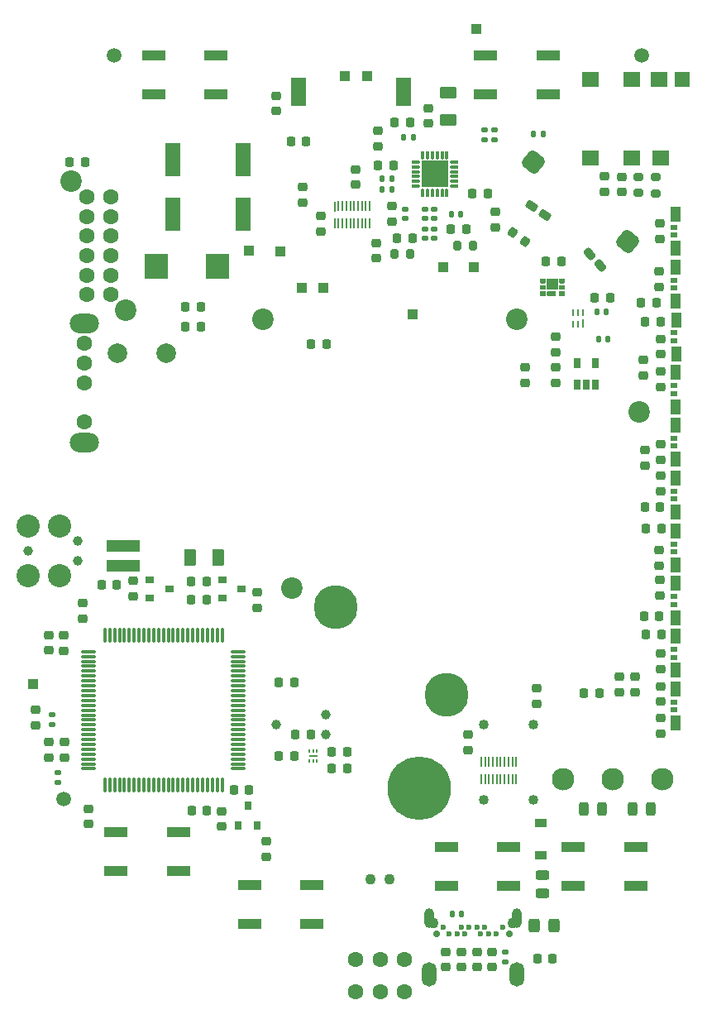
<source format=gbr>
G04 #@! TF.GenerationSoftware,KiCad,Pcbnew,6.0.0+dfsg1-2*
G04 #@! TF.CreationDate,2022-05-11T22:29:50-04:00*
G04 #@! TF.ProjectId,RUSP_Mainboard,52555350-5f4d-4616-996e-626f6172642e,rev?*
G04 #@! TF.SameCoordinates,Original*
G04 #@! TF.FileFunction,Soldermask,Bot*
G04 #@! TF.FilePolarity,Negative*
%FSLAX46Y46*%
G04 Gerber Fmt 4.6, Leading zero omitted, Abs format (unit mm)*
G04 Created by KiCad (PCBNEW 6.0.0+dfsg1-2) date 2022-05-11 22:29:50*
%MOMM*%
%LPD*%
G01*
G04 APERTURE LIST*
G04 Aperture macros list*
%AMRoundRect*
0 Rectangle with rounded corners*
0 $1 Rounding radius*
0 $2 $3 $4 $5 $6 $7 $8 $9 X,Y pos of 4 corners*
0 Add a 4 corners polygon primitive as box body*
4,1,4,$2,$3,$4,$5,$6,$7,$8,$9,$2,$3,0*
0 Add four circle primitives for the rounded corners*
1,1,$1+$1,$2,$3*
1,1,$1+$1,$4,$5*
1,1,$1+$1,$6,$7*
1,1,$1+$1,$8,$9*
0 Add four rect primitives between the rounded corners*
20,1,$1+$1,$2,$3,$4,$5,0*
20,1,$1+$1,$4,$5,$6,$7,0*
20,1,$1+$1,$6,$7,$8,$9,0*
20,1,$1+$1,$8,$9,$2,$3,0*%
%AMFreePoly0*
4,1,10,0.140000,0.000000,0.121244,-0.070000,0.070000,-0.121244,0.000000,-0.140000,-0.070000,-0.121244,-0.121244,-0.070000,-0.140000,0.000000,-0.140000,0.710000,0.140000,0.710000,0.140000,0.000000,0.140000,0.000000,$1*%
G04 Aperture macros list end*
%ADD10C,0.010000*%
%ADD11C,1.020000*%
%ADD12C,2.300000*%
%ADD13C,2.200000*%
%ADD14C,6.500000*%
%ADD15C,1.600000*%
%ADD16C,0.700000*%
%ADD17C,0.600000*%
%ADD18O,1.000000X2.000000*%
%ADD19O,1.500000X2.500000*%
%ADD20C,1.100000*%
%ADD21C,2.375000*%
%ADD22C,0.991000*%
%ADD23C,2.000000*%
%ADD24R,0.900000X0.800000*%
%ADD25RoundRect,0.218750X-0.256250X0.218750X-0.256250X-0.218750X0.256250X-0.218750X0.256250X0.218750X0*%
%ADD26RoundRect,0.218750X-0.218750X-0.256250X0.218750X-0.256250X0.218750X0.256250X-0.218750X0.256250X0*%
%ADD27RoundRect,0.218750X0.218750X0.256250X-0.218750X0.256250X-0.218750X-0.256250X0.218750X-0.256250X0*%
%ADD28RoundRect,0.218750X0.256250X-0.218750X0.256250X0.218750X-0.256250X0.218750X-0.256250X-0.218750X0*%
%ADD29RoundRect,0.147500X0.172500X-0.147500X0.172500X0.147500X-0.172500X0.147500X-0.172500X-0.147500X0*%
%ADD30RoundRect,0.147500X0.147500X0.172500X-0.147500X0.172500X-0.147500X-0.172500X0.147500X-0.172500X0*%
%ADD31RoundRect,0.147500X-0.172500X0.147500X-0.172500X-0.147500X0.172500X-0.147500X0.172500X0.147500X0*%
%ADD32RoundRect,0.225000X-0.250000X0.225000X-0.250000X-0.225000X0.250000X-0.225000X0.250000X0.225000X0*%
%ADD33RoundRect,0.225000X-0.225000X-0.250000X0.225000X-0.250000X0.225000X0.250000X-0.225000X0.250000X0*%
%ADD34R,1.600000X3.500000*%
%ADD35R,2.400000X1.100000*%
%ADD36R,1.000000X1.000000*%
%ADD37R,1.600000X1.600000*%
%ADD38R,1.800000X1.600000*%
%ADD39RoundRect,0.243750X-0.243750X-0.456250X0.243750X-0.456250X0.243750X0.456250X-0.243750X0.456250X0*%
%ADD40RoundRect,0.225000X0.225000X0.250000X-0.225000X0.250000X-0.225000X-0.250000X0.225000X-0.250000X0*%
%ADD41R,0.800000X0.500000*%
%ADD42R,1.000000X1.500000*%
%ADD43RoundRect,0.250000X0.375000X0.625000X-0.375000X0.625000X-0.375000X-0.625000X0.375000X-0.625000X0*%
%ADD44FreePoly0,90.000000*%
%ADD45FreePoly0,0.000000*%
%ADD46FreePoly0,270.000000*%
%ADD47FreePoly0,180.000000*%
%ADD48R,2.700000X2.700000*%
%ADD49RoundRect,0.147500X-0.147500X-0.172500X0.147500X-0.172500X0.147500X0.172500X-0.147500X0.172500X0*%
%ADD50RoundRect,0.212500X0.425571X-0.155068X-0.109734X0.439448X-0.425571X0.155068X0.109734X-0.439448X0*%
%ADD51RoundRect,0.200000X-0.200000X-0.275000X0.200000X-0.275000X0.200000X0.275000X-0.200000X0.275000X0*%
%ADD52O,3.000000X2.000000*%
%ADD53R,1.500000X3.000000*%
%ADD54C,4.500000*%
%ADD55R,0.280000X0.850000*%
%ADD56R,0.280000X0.750000*%
%ADD57R,3.400000X1.200000*%
%ADD58C,1.500000*%
%ADD59R,0.650000X1.060000*%
%ADD60RoundRect,0.243750X-0.456250X0.243750X-0.456250X-0.243750X0.456250X-0.243750X0.456250X0.243750X0*%
%ADD61R,2.370000X2.550000*%
%ADD62R,1.200000X0.900000*%
%ADD63R,0.180000X1.100000*%
%ADD64R,0.180000X1.000000*%
%ADD65RoundRect,0.249999X0.325001X0.450001X-0.325001X0.450001X-0.325001X-0.450001X0.325001X-0.450001X0*%
%ADD66R,0.800000X0.900000*%
%ADD67RoundRect,0.250000X0.625000X-0.375000X0.625000X0.375000X-0.625000X0.375000X-0.625000X-0.375000X0*%
%ADD68RoundRect,0.218750X-0.326168X-0.084438X0.032211X-0.335378X0.326168X0.084438X-0.032211X0.335378X0*%
%ADD69RoundRect,0.212500X0.449546X-0.055361X-0.205776X0.403500X-0.449546X0.055361X0.205776X-0.403500X0*%
%ADD70R,0.940000X0.250000*%
%ADD71R,0.180000X0.350000*%
%ADD72RoundRect,0.070000X0.070000X-0.667500X0.070000X0.667500X-0.070000X0.667500X-0.070000X-0.667500X0*%
%ADD73RoundRect,0.070000X0.667500X-0.070000X0.667500X0.070000X-0.667500X0.070000X-0.667500X-0.070000X0*%
%ADD74RoundRect,0.500000X0.704416X0.061628X-0.061628X0.704416X-0.704416X-0.061628X0.061628X-0.704416X0*%
%ADD75RoundRect,0.200000X0.200000X0.275000X-0.200000X0.275000X-0.200000X-0.275000X0.200000X-0.275000X0*%
%ADD76RoundRect,0.200000X-0.275000X0.200000X-0.275000X-0.200000X0.275000X-0.200000X0.275000X0.200000X0*%
G04 APERTURE END LIST*
D10*
X168300000Y-81950000D02*
X168300000Y-82150000D01*
X168300000Y-82150000D02*
X168300137Y-82155234D01*
X168300137Y-82155234D02*
X168300548Y-82160453D01*
X168300548Y-82160453D02*
X168301231Y-82165643D01*
X168301231Y-82165643D02*
X168302185Y-82170791D01*
X168302185Y-82170791D02*
X168303407Y-82175882D01*
X168303407Y-82175882D02*
X168304894Y-82180902D01*
X168304894Y-82180902D02*
X168306642Y-82185837D01*
X168306642Y-82185837D02*
X168308645Y-82190674D01*
X168308645Y-82190674D02*
X168310899Y-82195399D01*
X168310899Y-82195399D02*
X168313397Y-82200000D01*
X168313397Y-82200000D02*
X168316133Y-82204464D01*
X168316133Y-82204464D02*
X168319098Y-82208779D01*
X168319098Y-82208779D02*
X168322285Y-82212932D01*
X168322285Y-82212932D02*
X168325686Y-82216913D01*
X168325686Y-82216913D02*
X168329289Y-82220711D01*
X168329289Y-82220711D02*
X168333087Y-82224314D01*
X168333087Y-82224314D02*
X168337068Y-82227715D01*
X168337068Y-82227715D02*
X168341221Y-82230902D01*
X168341221Y-82230902D02*
X168345536Y-82233867D01*
X168345536Y-82233867D02*
X168350000Y-82236603D01*
X168350000Y-82236603D02*
X168354601Y-82239101D01*
X168354601Y-82239101D02*
X168359326Y-82241355D01*
X168359326Y-82241355D02*
X168364163Y-82243358D01*
X168364163Y-82243358D02*
X168369098Y-82245106D01*
X168369098Y-82245106D02*
X168374118Y-82246593D01*
X168374118Y-82246593D02*
X168379209Y-82247815D01*
X168379209Y-82247815D02*
X168384357Y-82248769D01*
X168384357Y-82248769D02*
X168389547Y-82249452D01*
X168389547Y-82249452D02*
X168394766Y-82249863D01*
X168394766Y-82249863D02*
X168400000Y-82250000D01*
X168400000Y-82250000D02*
X168750000Y-82250000D01*
X168750000Y-82250000D02*
X168755234Y-82249863D01*
X168755234Y-82249863D02*
X168760453Y-82249452D01*
X168760453Y-82249452D02*
X168765643Y-82248769D01*
X168765643Y-82248769D02*
X168770791Y-82247815D01*
X168770791Y-82247815D02*
X168775882Y-82246593D01*
X168775882Y-82246593D02*
X168780902Y-82245106D01*
X168780902Y-82245106D02*
X168785837Y-82243358D01*
X168785837Y-82243358D02*
X168790674Y-82241355D01*
X168790674Y-82241355D02*
X168795399Y-82239101D01*
X168795399Y-82239101D02*
X168800000Y-82236603D01*
X168800000Y-82236603D02*
X168804464Y-82233867D01*
X168804464Y-82233867D02*
X168808779Y-82230902D01*
X168808779Y-82230902D02*
X168812932Y-82227715D01*
X168812932Y-82227715D02*
X168816913Y-82224314D01*
X168816913Y-82224314D02*
X168820711Y-82220711D01*
X168820711Y-82220711D02*
X168824314Y-82216913D01*
X168824314Y-82216913D02*
X168827715Y-82212932D01*
X168827715Y-82212932D02*
X168830902Y-82208779D01*
X168830902Y-82208779D02*
X168833867Y-82204464D01*
X168833867Y-82204464D02*
X168836603Y-82200000D01*
X168836603Y-82200000D02*
X168839101Y-82195399D01*
X168839101Y-82195399D02*
X168841355Y-82190674D01*
X168841355Y-82190674D02*
X168843358Y-82185837D01*
X168843358Y-82185837D02*
X168845106Y-82180902D01*
X168845106Y-82180902D02*
X168846593Y-82175882D01*
X168846593Y-82175882D02*
X168847815Y-82170791D01*
X168847815Y-82170791D02*
X168848769Y-82165643D01*
X168848769Y-82165643D02*
X168849452Y-82160453D01*
X168849452Y-82160453D02*
X168849863Y-82155234D01*
X168849863Y-82155234D02*
X168850000Y-82150000D01*
X168850000Y-82150000D02*
X168850000Y-81950000D01*
X168850000Y-81950000D02*
X168849863Y-81944766D01*
X168849863Y-81944766D02*
X168849452Y-81939547D01*
X168849452Y-81939547D02*
X168848769Y-81934357D01*
X168848769Y-81934357D02*
X168847815Y-81929209D01*
X168847815Y-81929209D02*
X168846593Y-81924118D01*
X168846593Y-81924118D02*
X168845106Y-81919098D01*
X168845106Y-81919098D02*
X168843358Y-81914163D01*
X168843358Y-81914163D02*
X168841355Y-81909326D01*
X168841355Y-81909326D02*
X168839101Y-81904601D01*
X168839101Y-81904601D02*
X168836603Y-81900000D01*
X168836603Y-81900000D02*
X168833867Y-81895536D01*
X168833867Y-81895536D02*
X168830902Y-81891221D01*
X168830902Y-81891221D02*
X168827715Y-81887068D01*
X168827715Y-81887068D02*
X168824314Y-81883087D01*
X168824314Y-81883087D02*
X168820711Y-81879289D01*
X168820711Y-81879289D02*
X168816913Y-81875686D01*
X168816913Y-81875686D02*
X168812932Y-81872285D01*
X168812932Y-81872285D02*
X168808779Y-81869098D01*
X168808779Y-81869098D02*
X168804464Y-81866133D01*
X168804464Y-81866133D02*
X168800000Y-81863397D01*
X168800000Y-81863397D02*
X168795399Y-81860899D01*
X168795399Y-81860899D02*
X168790674Y-81858645D01*
X168790674Y-81858645D02*
X168785837Y-81856642D01*
X168785837Y-81856642D02*
X168780902Y-81854894D01*
X168780902Y-81854894D02*
X168775882Y-81853407D01*
X168775882Y-81853407D02*
X168770791Y-81852185D01*
X168770791Y-81852185D02*
X168765643Y-81851231D01*
X168765643Y-81851231D02*
X168760453Y-81850548D01*
X168760453Y-81850548D02*
X168755234Y-81850137D01*
X168755234Y-81850137D02*
X168750000Y-81850000D01*
X168750000Y-81850000D02*
X168400000Y-81850000D01*
X168400000Y-81850000D02*
X168394766Y-81850137D01*
X168394766Y-81850137D02*
X168389547Y-81850548D01*
X168389547Y-81850548D02*
X168384357Y-81851231D01*
X168384357Y-81851231D02*
X168379209Y-81852185D01*
X168379209Y-81852185D02*
X168374118Y-81853407D01*
X168374118Y-81853407D02*
X168369098Y-81854894D01*
X168369098Y-81854894D02*
X168364163Y-81856642D01*
X168364163Y-81856642D02*
X168359326Y-81858645D01*
X168359326Y-81858645D02*
X168354601Y-81860899D01*
X168354601Y-81860899D02*
X168350000Y-81863397D01*
X168350000Y-81863397D02*
X168345536Y-81866133D01*
X168345536Y-81866133D02*
X168341221Y-81869098D01*
X168341221Y-81869098D02*
X168337068Y-81872285D01*
X168337068Y-81872285D02*
X168333087Y-81875686D01*
X168333087Y-81875686D02*
X168329289Y-81879289D01*
X168329289Y-81879289D02*
X168325686Y-81883087D01*
X168325686Y-81883087D02*
X168322285Y-81887068D01*
X168322285Y-81887068D02*
X168319098Y-81891221D01*
X168319098Y-81891221D02*
X168316133Y-81895536D01*
X168316133Y-81895536D02*
X168313397Y-81900000D01*
X168313397Y-81900000D02*
X168310899Y-81904601D01*
X168310899Y-81904601D02*
X168308645Y-81909326D01*
X168308645Y-81909326D02*
X168306642Y-81914163D01*
X168306642Y-81914163D02*
X168304894Y-81919098D01*
X168304894Y-81919098D02*
X168303407Y-81924118D01*
X168303407Y-81924118D02*
X168302185Y-81929209D01*
X168302185Y-81929209D02*
X168301231Y-81934357D01*
X168301231Y-81934357D02*
X168300548Y-81939547D01*
X168300548Y-81939547D02*
X168300137Y-81944766D01*
X168300137Y-81944766D02*
X168300000Y-81950000D01*
X168300000Y-81950000D02*
X168300000Y-81950000D01*
G36*
X168755234Y-81850137D02*
G01*
X168760453Y-81850548D01*
X168765643Y-81851231D01*
X168770791Y-81852185D01*
X168775882Y-81853407D01*
X168780902Y-81854894D01*
X168785837Y-81856642D01*
X168790674Y-81858645D01*
X168795399Y-81860899D01*
X168800000Y-81863397D01*
X168804464Y-81866133D01*
X168808779Y-81869098D01*
X168812932Y-81872285D01*
X168816913Y-81875686D01*
X168820711Y-81879289D01*
X168824314Y-81883087D01*
X168827715Y-81887068D01*
X168830902Y-81891221D01*
X168833867Y-81895536D01*
X168836603Y-81900000D01*
X168839101Y-81904601D01*
X168841355Y-81909326D01*
X168843358Y-81914163D01*
X168845106Y-81919098D01*
X168846593Y-81924118D01*
X168847815Y-81929209D01*
X168848769Y-81934357D01*
X168849452Y-81939547D01*
X168849863Y-81944766D01*
X168850000Y-81950000D01*
X168850000Y-82150000D01*
X168849863Y-82155234D01*
X168849452Y-82160453D01*
X168848769Y-82165643D01*
X168847815Y-82170791D01*
X168846593Y-82175882D01*
X168845106Y-82180902D01*
X168843358Y-82185837D01*
X168841355Y-82190674D01*
X168839101Y-82195399D01*
X168836603Y-82200000D01*
X168833867Y-82204464D01*
X168830902Y-82208779D01*
X168827715Y-82212932D01*
X168824314Y-82216913D01*
X168820711Y-82220711D01*
X168816913Y-82224314D01*
X168812932Y-82227715D01*
X168808779Y-82230902D01*
X168804464Y-82233867D01*
X168800000Y-82236603D01*
X168795399Y-82239101D01*
X168790674Y-82241355D01*
X168785837Y-82243358D01*
X168780902Y-82245106D01*
X168775882Y-82246593D01*
X168770791Y-82247815D01*
X168765643Y-82248769D01*
X168760453Y-82249452D01*
X168755234Y-82249863D01*
X168750000Y-82250000D01*
X168400000Y-82250000D01*
X168394766Y-82249863D01*
X168389547Y-82249452D01*
X168384357Y-82248769D01*
X168379209Y-82247815D01*
X168374118Y-82246593D01*
X168369098Y-82245106D01*
X168364163Y-82243358D01*
X168359326Y-82241355D01*
X168354601Y-82239101D01*
X168350000Y-82236603D01*
X168345536Y-82233867D01*
X168341221Y-82230902D01*
X168337068Y-82227715D01*
X168333087Y-82224314D01*
X168329289Y-82220711D01*
X168325686Y-82216913D01*
X168322285Y-82212932D01*
X168319098Y-82208779D01*
X168316133Y-82204464D01*
X168313397Y-82200000D01*
X168310899Y-82195399D01*
X168308645Y-82190674D01*
X168306642Y-82185837D01*
X168304894Y-82180902D01*
X168303407Y-82175882D01*
X168302185Y-82170791D01*
X168301231Y-82165643D01*
X168300548Y-82160453D01*
X168300137Y-82155234D01*
X168300000Y-82150000D01*
X168300000Y-81950000D01*
X168300137Y-81944766D01*
X168300548Y-81939547D01*
X168301231Y-81934357D01*
X168302185Y-81929209D01*
X168303407Y-81924118D01*
X168304894Y-81919098D01*
X168306642Y-81914163D01*
X168308645Y-81909326D01*
X168310899Y-81904601D01*
X168313397Y-81900000D01*
X168316133Y-81895536D01*
X168319098Y-81891221D01*
X168322285Y-81887068D01*
X168325686Y-81883087D01*
X168329289Y-81879289D01*
X168333087Y-81875686D01*
X168337068Y-81872285D01*
X168341221Y-81869098D01*
X168345536Y-81866133D01*
X168350000Y-81863397D01*
X168354601Y-81860899D01*
X168359326Y-81858645D01*
X168364163Y-81856642D01*
X168369098Y-81854894D01*
X168374118Y-81853407D01*
X168379209Y-81852185D01*
X168384357Y-81851231D01*
X168389547Y-81850548D01*
X168394766Y-81850137D01*
X168400000Y-81850000D01*
X168750000Y-81850000D01*
X168755234Y-81850137D01*
G37*
X168755234Y-81850137D02*
X168760453Y-81850548D01*
X168765643Y-81851231D01*
X168770791Y-81852185D01*
X168775882Y-81853407D01*
X168780902Y-81854894D01*
X168785837Y-81856642D01*
X168790674Y-81858645D01*
X168795399Y-81860899D01*
X168800000Y-81863397D01*
X168804464Y-81866133D01*
X168808779Y-81869098D01*
X168812932Y-81872285D01*
X168816913Y-81875686D01*
X168820711Y-81879289D01*
X168824314Y-81883087D01*
X168827715Y-81887068D01*
X168830902Y-81891221D01*
X168833867Y-81895536D01*
X168836603Y-81900000D01*
X168839101Y-81904601D01*
X168841355Y-81909326D01*
X168843358Y-81914163D01*
X168845106Y-81919098D01*
X168846593Y-81924118D01*
X168847815Y-81929209D01*
X168848769Y-81934357D01*
X168849452Y-81939547D01*
X168849863Y-81944766D01*
X168850000Y-81950000D01*
X168850000Y-82150000D01*
X168849863Y-82155234D01*
X168849452Y-82160453D01*
X168848769Y-82165643D01*
X168847815Y-82170791D01*
X168846593Y-82175882D01*
X168845106Y-82180902D01*
X168843358Y-82185837D01*
X168841355Y-82190674D01*
X168839101Y-82195399D01*
X168836603Y-82200000D01*
X168833867Y-82204464D01*
X168830902Y-82208779D01*
X168827715Y-82212932D01*
X168824314Y-82216913D01*
X168820711Y-82220711D01*
X168816913Y-82224314D01*
X168812932Y-82227715D01*
X168808779Y-82230902D01*
X168804464Y-82233867D01*
X168800000Y-82236603D01*
X168795399Y-82239101D01*
X168790674Y-82241355D01*
X168785837Y-82243358D01*
X168780902Y-82245106D01*
X168775882Y-82246593D01*
X168770791Y-82247815D01*
X168765643Y-82248769D01*
X168760453Y-82249452D01*
X168755234Y-82249863D01*
X168750000Y-82250000D01*
X168400000Y-82250000D01*
X168394766Y-82249863D01*
X168389547Y-82249452D01*
X168384357Y-82248769D01*
X168379209Y-82247815D01*
X168374118Y-82246593D01*
X168369098Y-82245106D01*
X168364163Y-82243358D01*
X168359326Y-82241355D01*
X168354601Y-82239101D01*
X168350000Y-82236603D01*
X168345536Y-82233867D01*
X168341221Y-82230902D01*
X168337068Y-82227715D01*
X168333087Y-82224314D01*
X168329289Y-82220711D01*
X168325686Y-82216913D01*
X168322285Y-82212932D01*
X168319098Y-82208779D01*
X168316133Y-82204464D01*
X168313397Y-82200000D01*
X168310899Y-82195399D01*
X168308645Y-82190674D01*
X168306642Y-82185837D01*
X168304894Y-82180902D01*
X168303407Y-82175882D01*
X168302185Y-82170791D01*
X168301231Y-82165643D01*
X168300548Y-82160453D01*
X168300137Y-82155234D01*
X168300000Y-82150000D01*
X168300000Y-81950000D01*
X168300137Y-81944766D01*
X168300548Y-81939547D01*
X168301231Y-81934357D01*
X168302185Y-81929209D01*
X168303407Y-81924118D01*
X168304894Y-81919098D01*
X168306642Y-81914163D01*
X168308645Y-81909326D01*
X168310899Y-81904601D01*
X168313397Y-81900000D01*
X168316133Y-81895536D01*
X168319098Y-81891221D01*
X168322285Y-81887068D01*
X168325686Y-81883087D01*
X168329289Y-81879289D01*
X168333087Y-81875686D01*
X168337068Y-81872285D01*
X168341221Y-81869098D01*
X168345536Y-81866133D01*
X168350000Y-81863397D01*
X168354601Y-81860899D01*
X168359326Y-81858645D01*
X168364163Y-81856642D01*
X168369098Y-81854894D01*
X168374118Y-81853407D01*
X168379209Y-81852185D01*
X168384357Y-81851231D01*
X168389547Y-81850548D01*
X168394766Y-81850137D01*
X168400000Y-81850000D01*
X168750000Y-81850000D01*
X168755234Y-81850137D01*
X166350000Y-82600000D02*
X166350000Y-82800000D01*
X166350000Y-82800000D02*
X166350137Y-82805234D01*
X166350137Y-82805234D02*
X166350548Y-82810453D01*
X166350548Y-82810453D02*
X166351231Y-82815643D01*
X166351231Y-82815643D02*
X166352185Y-82820791D01*
X166352185Y-82820791D02*
X166353407Y-82825882D01*
X166353407Y-82825882D02*
X166354894Y-82830902D01*
X166354894Y-82830902D02*
X166356642Y-82835837D01*
X166356642Y-82835837D02*
X166358645Y-82840674D01*
X166358645Y-82840674D02*
X166360899Y-82845399D01*
X166360899Y-82845399D02*
X166363397Y-82850000D01*
X166363397Y-82850000D02*
X166366133Y-82854464D01*
X166366133Y-82854464D02*
X166369098Y-82858779D01*
X166369098Y-82858779D02*
X166372285Y-82862932D01*
X166372285Y-82862932D02*
X166375686Y-82866913D01*
X166375686Y-82866913D02*
X166379289Y-82870711D01*
X166379289Y-82870711D02*
X166383087Y-82874314D01*
X166383087Y-82874314D02*
X166387068Y-82877715D01*
X166387068Y-82877715D02*
X166391221Y-82880902D01*
X166391221Y-82880902D02*
X166395536Y-82883867D01*
X166395536Y-82883867D02*
X166400000Y-82886603D01*
X166400000Y-82886603D02*
X166404601Y-82889101D01*
X166404601Y-82889101D02*
X166409326Y-82891355D01*
X166409326Y-82891355D02*
X166414163Y-82893358D01*
X166414163Y-82893358D02*
X166419098Y-82895106D01*
X166419098Y-82895106D02*
X166424118Y-82896593D01*
X166424118Y-82896593D02*
X166429209Y-82897815D01*
X166429209Y-82897815D02*
X166434357Y-82898769D01*
X166434357Y-82898769D02*
X166439547Y-82899452D01*
X166439547Y-82899452D02*
X166444766Y-82899863D01*
X166444766Y-82899863D02*
X166450000Y-82900000D01*
X166450000Y-82900000D02*
X166800000Y-82900000D01*
X166800000Y-82900000D02*
X166805234Y-82899863D01*
X166805234Y-82899863D02*
X166810453Y-82899452D01*
X166810453Y-82899452D02*
X166815643Y-82898769D01*
X166815643Y-82898769D02*
X166820791Y-82897815D01*
X166820791Y-82897815D02*
X166825882Y-82896593D01*
X166825882Y-82896593D02*
X166830902Y-82895106D01*
X166830902Y-82895106D02*
X166835837Y-82893358D01*
X166835837Y-82893358D02*
X166840674Y-82891355D01*
X166840674Y-82891355D02*
X166845399Y-82889101D01*
X166845399Y-82889101D02*
X166850000Y-82886603D01*
X166850000Y-82886603D02*
X166854464Y-82883867D01*
X166854464Y-82883867D02*
X166858779Y-82880902D01*
X166858779Y-82880902D02*
X166862932Y-82877715D01*
X166862932Y-82877715D02*
X166866913Y-82874314D01*
X166866913Y-82874314D02*
X166870711Y-82870711D01*
X166870711Y-82870711D02*
X166874314Y-82866913D01*
X166874314Y-82866913D02*
X166877715Y-82862932D01*
X166877715Y-82862932D02*
X166880902Y-82858779D01*
X166880902Y-82858779D02*
X166883867Y-82854464D01*
X166883867Y-82854464D02*
X166886603Y-82850000D01*
X166886603Y-82850000D02*
X166889101Y-82845399D01*
X166889101Y-82845399D02*
X166891355Y-82840674D01*
X166891355Y-82840674D02*
X166893358Y-82835837D01*
X166893358Y-82835837D02*
X166895106Y-82830902D01*
X166895106Y-82830902D02*
X166896593Y-82825882D01*
X166896593Y-82825882D02*
X166897815Y-82820791D01*
X166897815Y-82820791D02*
X166898769Y-82815643D01*
X166898769Y-82815643D02*
X166899452Y-82810453D01*
X166899452Y-82810453D02*
X166899863Y-82805234D01*
X166899863Y-82805234D02*
X166900000Y-82800000D01*
X166900000Y-82800000D02*
X166900000Y-82600000D01*
X166900000Y-82600000D02*
X166899863Y-82594766D01*
X166899863Y-82594766D02*
X166899452Y-82589547D01*
X166899452Y-82589547D02*
X166898769Y-82584357D01*
X166898769Y-82584357D02*
X166897815Y-82579209D01*
X166897815Y-82579209D02*
X166896593Y-82574118D01*
X166896593Y-82574118D02*
X166895106Y-82569098D01*
X166895106Y-82569098D02*
X166893358Y-82564163D01*
X166893358Y-82564163D02*
X166891355Y-82559326D01*
X166891355Y-82559326D02*
X166889101Y-82554601D01*
X166889101Y-82554601D02*
X166886603Y-82550000D01*
X166886603Y-82550000D02*
X166883867Y-82545536D01*
X166883867Y-82545536D02*
X166880902Y-82541221D01*
X166880902Y-82541221D02*
X166877715Y-82537068D01*
X166877715Y-82537068D02*
X166874314Y-82533087D01*
X166874314Y-82533087D02*
X166870711Y-82529289D01*
X166870711Y-82529289D02*
X166866913Y-82525686D01*
X166866913Y-82525686D02*
X166862932Y-82522285D01*
X166862932Y-82522285D02*
X166858779Y-82519098D01*
X166858779Y-82519098D02*
X166854464Y-82516133D01*
X166854464Y-82516133D02*
X166850000Y-82513397D01*
X166850000Y-82513397D02*
X166845399Y-82510899D01*
X166845399Y-82510899D02*
X166840674Y-82508645D01*
X166840674Y-82508645D02*
X166835837Y-82506642D01*
X166835837Y-82506642D02*
X166830902Y-82504894D01*
X166830902Y-82504894D02*
X166825882Y-82503407D01*
X166825882Y-82503407D02*
X166820791Y-82502185D01*
X166820791Y-82502185D02*
X166815643Y-82501231D01*
X166815643Y-82501231D02*
X166810453Y-82500548D01*
X166810453Y-82500548D02*
X166805234Y-82500137D01*
X166805234Y-82500137D02*
X166800000Y-82500000D01*
X166800000Y-82500000D02*
X166450000Y-82500000D01*
X166450000Y-82500000D02*
X166444766Y-82500137D01*
X166444766Y-82500137D02*
X166439547Y-82500548D01*
X166439547Y-82500548D02*
X166434357Y-82501231D01*
X166434357Y-82501231D02*
X166429209Y-82502185D01*
X166429209Y-82502185D02*
X166424118Y-82503407D01*
X166424118Y-82503407D02*
X166419098Y-82504894D01*
X166419098Y-82504894D02*
X166414163Y-82506642D01*
X166414163Y-82506642D02*
X166409326Y-82508645D01*
X166409326Y-82508645D02*
X166404601Y-82510899D01*
X166404601Y-82510899D02*
X166400000Y-82513397D01*
X166400000Y-82513397D02*
X166395536Y-82516133D01*
X166395536Y-82516133D02*
X166391221Y-82519098D01*
X166391221Y-82519098D02*
X166387068Y-82522285D01*
X166387068Y-82522285D02*
X166383087Y-82525686D01*
X166383087Y-82525686D02*
X166379289Y-82529289D01*
X166379289Y-82529289D02*
X166375686Y-82533087D01*
X166375686Y-82533087D02*
X166372285Y-82537068D01*
X166372285Y-82537068D02*
X166369098Y-82541221D01*
X166369098Y-82541221D02*
X166366133Y-82545536D01*
X166366133Y-82545536D02*
X166363397Y-82550000D01*
X166363397Y-82550000D02*
X166360899Y-82554601D01*
X166360899Y-82554601D02*
X166358645Y-82559326D01*
X166358645Y-82559326D02*
X166356642Y-82564163D01*
X166356642Y-82564163D02*
X166354894Y-82569098D01*
X166354894Y-82569098D02*
X166353407Y-82574118D01*
X166353407Y-82574118D02*
X166352185Y-82579209D01*
X166352185Y-82579209D02*
X166351231Y-82584357D01*
X166351231Y-82584357D02*
X166350548Y-82589547D01*
X166350548Y-82589547D02*
X166350137Y-82594766D01*
X166350137Y-82594766D02*
X166350000Y-82600000D01*
X166350000Y-82600000D02*
X166350000Y-82600000D01*
G36*
X166805234Y-82500137D02*
G01*
X166810453Y-82500548D01*
X166815643Y-82501231D01*
X166820791Y-82502185D01*
X166825882Y-82503407D01*
X166830902Y-82504894D01*
X166835837Y-82506642D01*
X166840674Y-82508645D01*
X166845399Y-82510899D01*
X166850000Y-82513397D01*
X166854464Y-82516133D01*
X166858779Y-82519098D01*
X166862932Y-82522285D01*
X166866913Y-82525686D01*
X166870711Y-82529289D01*
X166874314Y-82533087D01*
X166877715Y-82537068D01*
X166880902Y-82541221D01*
X166883867Y-82545536D01*
X166886603Y-82550000D01*
X166889101Y-82554601D01*
X166891355Y-82559326D01*
X166893358Y-82564163D01*
X166895106Y-82569098D01*
X166896593Y-82574118D01*
X166897815Y-82579209D01*
X166898769Y-82584357D01*
X166899452Y-82589547D01*
X166899863Y-82594766D01*
X166900000Y-82600000D01*
X166900000Y-82800000D01*
X166899863Y-82805234D01*
X166899452Y-82810453D01*
X166898769Y-82815643D01*
X166897815Y-82820791D01*
X166896593Y-82825882D01*
X166895106Y-82830902D01*
X166893358Y-82835837D01*
X166891355Y-82840674D01*
X166889101Y-82845399D01*
X166886603Y-82850000D01*
X166883867Y-82854464D01*
X166880902Y-82858779D01*
X166877715Y-82862932D01*
X166874314Y-82866913D01*
X166870711Y-82870711D01*
X166866913Y-82874314D01*
X166862932Y-82877715D01*
X166858779Y-82880902D01*
X166854464Y-82883867D01*
X166850000Y-82886603D01*
X166845399Y-82889101D01*
X166840674Y-82891355D01*
X166835837Y-82893358D01*
X166830902Y-82895106D01*
X166825882Y-82896593D01*
X166820791Y-82897815D01*
X166815643Y-82898769D01*
X166810453Y-82899452D01*
X166805234Y-82899863D01*
X166800000Y-82900000D01*
X166450000Y-82900000D01*
X166444766Y-82899863D01*
X166439547Y-82899452D01*
X166434357Y-82898769D01*
X166429209Y-82897815D01*
X166424118Y-82896593D01*
X166419098Y-82895106D01*
X166414163Y-82893358D01*
X166409326Y-82891355D01*
X166404601Y-82889101D01*
X166400000Y-82886603D01*
X166395536Y-82883867D01*
X166391221Y-82880902D01*
X166387068Y-82877715D01*
X166383087Y-82874314D01*
X166379289Y-82870711D01*
X166375686Y-82866913D01*
X166372285Y-82862932D01*
X166369098Y-82858779D01*
X166366133Y-82854464D01*
X166363397Y-82850000D01*
X166360899Y-82845399D01*
X166358645Y-82840674D01*
X166356642Y-82835837D01*
X166354894Y-82830902D01*
X166353407Y-82825882D01*
X166352185Y-82820791D01*
X166351231Y-82815643D01*
X166350548Y-82810453D01*
X166350137Y-82805234D01*
X166350000Y-82800000D01*
X166350000Y-82600000D01*
X166350137Y-82594766D01*
X166350548Y-82589547D01*
X166351231Y-82584357D01*
X166352185Y-82579209D01*
X166353407Y-82574118D01*
X166354894Y-82569098D01*
X166356642Y-82564163D01*
X166358645Y-82559326D01*
X166360899Y-82554601D01*
X166363397Y-82550000D01*
X166366133Y-82545536D01*
X166369098Y-82541221D01*
X166372285Y-82537068D01*
X166375686Y-82533087D01*
X166379289Y-82529289D01*
X166383087Y-82525686D01*
X166387068Y-82522285D01*
X166391221Y-82519098D01*
X166395536Y-82516133D01*
X166400000Y-82513397D01*
X166404601Y-82510899D01*
X166409326Y-82508645D01*
X166414163Y-82506642D01*
X166419098Y-82504894D01*
X166424118Y-82503407D01*
X166429209Y-82502185D01*
X166434357Y-82501231D01*
X166439547Y-82500548D01*
X166444766Y-82500137D01*
X166450000Y-82500000D01*
X166800000Y-82500000D01*
X166805234Y-82500137D01*
G37*
X166805234Y-82500137D02*
X166810453Y-82500548D01*
X166815643Y-82501231D01*
X166820791Y-82502185D01*
X166825882Y-82503407D01*
X166830902Y-82504894D01*
X166835837Y-82506642D01*
X166840674Y-82508645D01*
X166845399Y-82510899D01*
X166850000Y-82513397D01*
X166854464Y-82516133D01*
X166858779Y-82519098D01*
X166862932Y-82522285D01*
X166866913Y-82525686D01*
X166870711Y-82529289D01*
X166874314Y-82533087D01*
X166877715Y-82537068D01*
X166880902Y-82541221D01*
X166883867Y-82545536D01*
X166886603Y-82550000D01*
X166889101Y-82554601D01*
X166891355Y-82559326D01*
X166893358Y-82564163D01*
X166895106Y-82569098D01*
X166896593Y-82574118D01*
X166897815Y-82579209D01*
X166898769Y-82584357D01*
X166899452Y-82589547D01*
X166899863Y-82594766D01*
X166900000Y-82600000D01*
X166900000Y-82800000D01*
X166899863Y-82805234D01*
X166899452Y-82810453D01*
X166898769Y-82815643D01*
X166897815Y-82820791D01*
X166896593Y-82825882D01*
X166895106Y-82830902D01*
X166893358Y-82835837D01*
X166891355Y-82840674D01*
X166889101Y-82845399D01*
X166886603Y-82850000D01*
X166883867Y-82854464D01*
X166880902Y-82858779D01*
X166877715Y-82862932D01*
X166874314Y-82866913D01*
X166870711Y-82870711D01*
X166866913Y-82874314D01*
X166862932Y-82877715D01*
X166858779Y-82880902D01*
X166854464Y-82883867D01*
X166850000Y-82886603D01*
X166845399Y-82889101D01*
X166840674Y-82891355D01*
X166835837Y-82893358D01*
X166830902Y-82895106D01*
X166825882Y-82896593D01*
X166820791Y-82897815D01*
X166815643Y-82898769D01*
X166810453Y-82899452D01*
X166805234Y-82899863D01*
X166800000Y-82900000D01*
X166450000Y-82900000D01*
X166444766Y-82899863D01*
X166439547Y-82899452D01*
X166434357Y-82898769D01*
X166429209Y-82897815D01*
X166424118Y-82896593D01*
X166419098Y-82895106D01*
X166414163Y-82893358D01*
X166409326Y-82891355D01*
X166404601Y-82889101D01*
X166400000Y-82886603D01*
X166395536Y-82883867D01*
X166391221Y-82880902D01*
X166387068Y-82877715D01*
X166383087Y-82874314D01*
X166379289Y-82870711D01*
X166375686Y-82866913D01*
X166372285Y-82862932D01*
X166369098Y-82858779D01*
X166366133Y-82854464D01*
X166363397Y-82850000D01*
X166360899Y-82845399D01*
X166358645Y-82840674D01*
X166356642Y-82835837D01*
X166354894Y-82830902D01*
X166353407Y-82825882D01*
X166352185Y-82820791D01*
X166351231Y-82815643D01*
X166350548Y-82810453D01*
X166350137Y-82805234D01*
X166350000Y-82800000D01*
X166350000Y-82600000D01*
X166350137Y-82594766D01*
X166350548Y-82589547D01*
X166351231Y-82584357D01*
X166352185Y-82579209D01*
X166353407Y-82574118D01*
X166354894Y-82569098D01*
X166356642Y-82564163D01*
X166358645Y-82559326D01*
X166360899Y-82554601D01*
X166363397Y-82550000D01*
X166366133Y-82545536D01*
X166369098Y-82541221D01*
X166372285Y-82537068D01*
X166375686Y-82533087D01*
X166379289Y-82529289D01*
X166383087Y-82525686D01*
X166387068Y-82522285D01*
X166391221Y-82519098D01*
X166395536Y-82516133D01*
X166400000Y-82513397D01*
X166404601Y-82510899D01*
X166409326Y-82508645D01*
X166414163Y-82506642D01*
X166419098Y-82504894D01*
X166424118Y-82503407D01*
X166429209Y-82502185D01*
X166434357Y-82501231D01*
X166439547Y-82500548D01*
X166444766Y-82500137D01*
X166450000Y-82500000D01*
X166800000Y-82500000D01*
X166805234Y-82500137D01*
X168300000Y-82600000D02*
X168300000Y-82800000D01*
X168300000Y-82800000D02*
X168300137Y-82805234D01*
X168300137Y-82805234D02*
X168300548Y-82810453D01*
X168300548Y-82810453D02*
X168301231Y-82815643D01*
X168301231Y-82815643D02*
X168302185Y-82820791D01*
X168302185Y-82820791D02*
X168303407Y-82825882D01*
X168303407Y-82825882D02*
X168304894Y-82830902D01*
X168304894Y-82830902D02*
X168306642Y-82835837D01*
X168306642Y-82835837D02*
X168308645Y-82840674D01*
X168308645Y-82840674D02*
X168310899Y-82845399D01*
X168310899Y-82845399D02*
X168313397Y-82850000D01*
X168313397Y-82850000D02*
X168316133Y-82854464D01*
X168316133Y-82854464D02*
X168319098Y-82858779D01*
X168319098Y-82858779D02*
X168322285Y-82862932D01*
X168322285Y-82862932D02*
X168325686Y-82866913D01*
X168325686Y-82866913D02*
X168329289Y-82870711D01*
X168329289Y-82870711D02*
X168333087Y-82874314D01*
X168333087Y-82874314D02*
X168337068Y-82877715D01*
X168337068Y-82877715D02*
X168341221Y-82880902D01*
X168341221Y-82880902D02*
X168345536Y-82883867D01*
X168345536Y-82883867D02*
X168350000Y-82886603D01*
X168350000Y-82886603D02*
X168354601Y-82889101D01*
X168354601Y-82889101D02*
X168359326Y-82891355D01*
X168359326Y-82891355D02*
X168364163Y-82893358D01*
X168364163Y-82893358D02*
X168369098Y-82895106D01*
X168369098Y-82895106D02*
X168374118Y-82896593D01*
X168374118Y-82896593D02*
X168379209Y-82897815D01*
X168379209Y-82897815D02*
X168384357Y-82898769D01*
X168384357Y-82898769D02*
X168389547Y-82899452D01*
X168389547Y-82899452D02*
X168394766Y-82899863D01*
X168394766Y-82899863D02*
X168400000Y-82900000D01*
X168400000Y-82900000D02*
X168750000Y-82900000D01*
X168750000Y-82900000D02*
X168755234Y-82899863D01*
X168755234Y-82899863D02*
X168760453Y-82899452D01*
X168760453Y-82899452D02*
X168765643Y-82898769D01*
X168765643Y-82898769D02*
X168770791Y-82897815D01*
X168770791Y-82897815D02*
X168775882Y-82896593D01*
X168775882Y-82896593D02*
X168780902Y-82895106D01*
X168780902Y-82895106D02*
X168785837Y-82893358D01*
X168785837Y-82893358D02*
X168790674Y-82891355D01*
X168790674Y-82891355D02*
X168795399Y-82889101D01*
X168795399Y-82889101D02*
X168800000Y-82886603D01*
X168800000Y-82886603D02*
X168804464Y-82883867D01*
X168804464Y-82883867D02*
X168808779Y-82880902D01*
X168808779Y-82880902D02*
X168812932Y-82877715D01*
X168812932Y-82877715D02*
X168816913Y-82874314D01*
X168816913Y-82874314D02*
X168820711Y-82870711D01*
X168820711Y-82870711D02*
X168824314Y-82866913D01*
X168824314Y-82866913D02*
X168827715Y-82862932D01*
X168827715Y-82862932D02*
X168830902Y-82858779D01*
X168830902Y-82858779D02*
X168833867Y-82854464D01*
X168833867Y-82854464D02*
X168836603Y-82850000D01*
X168836603Y-82850000D02*
X168839101Y-82845399D01*
X168839101Y-82845399D02*
X168841355Y-82840674D01*
X168841355Y-82840674D02*
X168843358Y-82835837D01*
X168843358Y-82835837D02*
X168845106Y-82830902D01*
X168845106Y-82830902D02*
X168846593Y-82825882D01*
X168846593Y-82825882D02*
X168847815Y-82820791D01*
X168847815Y-82820791D02*
X168848769Y-82815643D01*
X168848769Y-82815643D02*
X168849452Y-82810453D01*
X168849452Y-82810453D02*
X168849863Y-82805234D01*
X168849863Y-82805234D02*
X168850000Y-82800000D01*
X168850000Y-82800000D02*
X168850000Y-82600000D01*
X168850000Y-82600000D02*
X168849863Y-82594766D01*
X168849863Y-82594766D02*
X168849452Y-82589547D01*
X168849452Y-82589547D02*
X168848769Y-82584357D01*
X168848769Y-82584357D02*
X168847815Y-82579209D01*
X168847815Y-82579209D02*
X168846593Y-82574118D01*
X168846593Y-82574118D02*
X168845106Y-82569098D01*
X168845106Y-82569098D02*
X168843358Y-82564163D01*
X168843358Y-82564163D02*
X168841355Y-82559326D01*
X168841355Y-82559326D02*
X168839101Y-82554601D01*
X168839101Y-82554601D02*
X168836603Y-82550000D01*
X168836603Y-82550000D02*
X168833867Y-82545536D01*
X168833867Y-82545536D02*
X168830902Y-82541221D01*
X168830902Y-82541221D02*
X168827715Y-82537068D01*
X168827715Y-82537068D02*
X168824314Y-82533087D01*
X168824314Y-82533087D02*
X168820711Y-82529289D01*
X168820711Y-82529289D02*
X168816913Y-82525686D01*
X168816913Y-82525686D02*
X168812932Y-82522285D01*
X168812932Y-82522285D02*
X168808779Y-82519098D01*
X168808779Y-82519098D02*
X168804464Y-82516133D01*
X168804464Y-82516133D02*
X168800000Y-82513397D01*
X168800000Y-82513397D02*
X168795399Y-82510899D01*
X168795399Y-82510899D02*
X168790674Y-82508645D01*
X168790674Y-82508645D02*
X168785837Y-82506642D01*
X168785837Y-82506642D02*
X168780902Y-82504894D01*
X168780902Y-82504894D02*
X168775882Y-82503407D01*
X168775882Y-82503407D02*
X168770791Y-82502185D01*
X168770791Y-82502185D02*
X168765643Y-82501231D01*
X168765643Y-82501231D02*
X168760453Y-82500548D01*
X168760453Y-82500548D02*
X168755234Y-82500137D01*
X168755234Y-82500137D02*
X168750000Y-82500000D01*
X168750000Y-82500000D02*
X168400000Y-82500000D01*
X168400000Y-82500000D02*
X168394766Y-82500137D01*
X168394766Y-82500137D02*
X168389547Y-82500548D01*
X168389547Y-82500548D02*
X168384357Y-82501231D01*
X168384357Y-82501231D02*
X168379209Y-82502185D01*
X168379209Y-82502185D02*
X168374118Y-82503407D01*
X168374118Y-82503407D02*
X168369098Y-82504894D01*
X168369098Y-82504894D02*
X168364163Y-82506642D01*
X168364163Y-82506642D02*
X168359326Y-82508645D01*
X168359326Y-82508645D02*
X168354601Y-82510899D01*
X168354601Y-82510899D02*
X168350000Y-82513397D01*
X168350000Y-82513397D02*
X168345536Y-82516133D01*
X168345536Y-82516133D02*
X168341221Y-82519098D01*
X168341221Y-82519098D02*
X168337068Y-82522285D01*
X168337068Y-82522285D02*
X168333087Y-82525686D01*
X168333087Y-82525686D02*
X168329289Y-82529289D01*
X168329289Y-82529289D02*
X168325686Y-82533087D01*
X168325686Y-82533087D02*
X168322285Y-82537068D01*
X168322285Y-82537068D02*
X168319098Y-82541221D01*
X168319098Y-82541221D02*
X168316133Y-82545536D01*
X168316133Y-82545536D02*
X168313397Y-82550000D01*
X168313397Y-82550000D02*
X168310899Y-82554601D01*
X168310899Y-82554601D02*
X168308645Y-82559326D01*
X168308645Y-82559326D02*
X168306642Y-82564163D01*
X168306642Y-82564163D02*
X168304894Y-82569098D01*
X168304894Y-82569098D02*
X168303407Y-82574118D01*
X168303407Y-82574118D02*
X168302185Y-82579209D01*
X168302185Y-82579209D02*
X168301231Y-82584357D01*
X168301231Y-82584357D02*
X168300548Y-82589547D01*
X168300548Y-82589547D02*
X168300137Y-82594766D01*
X168300137Y-82594766D02*
X168300000Y-82600000D01*
X168300000Y-82600000D02*
X168300000Y-82600000D01*
G36*
X168755234Y-82500137D02*
G01*
X168760453Y-82500548D01*
X168765643Y-82501231D01*
X168770791Y-82502185D01*
X168775882Y-82503407D01*
X168780902Y-82504894D01*
X168785837Y-82506642D01*
X168790674Y-82508645D01*
X168795399Y-82510899D01*
X168800000Y-82513397D01*
X168804464Y-82516133D01*
X168808779Y-82519098D01*
X168812932Y-82522285D01*
X168816913Y-82525686D01*
X168820711Y-82529289D01*
X168824314Y-82533087D01*
X168827715Y-82537068D01*
X168830902Y-82541221D01*
X168833867Y-82545536D01*
X168836603Y-82550000D01*
X168839101Y-82554601D01*
X168841355Y-82559326D01*
X168843358Y-82564163D01*
X168845106Y-82569098D01*
X168846593Y-82574118D01*
X168847815Y-82579209D01*
X168848769Y-82584357D01*
X168849452Y-82589547D01*
X168849863Y-82594766D01*
X168850000Y-82600000D01*
X168850000Y-82800000D01*
X168849863Y-82805234D01*
X168849452Y-82810453D01*
X168848769Y-82815643D01*
X168847815Y-82820791D01*
X168846593Y-82825882D01*
X168845106Y-82830902D01*
X168843358Y-82835837D01*
X168841355Y-82840674D01*
X168839101Y-82845399D01*
X168836603Y-82850000D01*
X168833867Y-82854464D01*
X168830902Y-82858779D01*
X168827715Y-82862932D01*
X168824314Y-82866913D01*
X168820711Y-82870711D01*
X168816913Y-82874314D01*
X168812932Y-82877715D01*
X168808779Y-82880902D01*
X168804464Y-82883867D01*
X168800000Y-82886603D01*
X168795399Y-82889101D01*
X168790674Y-82891355D01*
X168785837Y-82893358D01*
X168780902Y-82895106D01*
X168775882Y-82896593D01*
X168770791Y-82897815D01*
X168765643Y-82898769D01*
X168760453Y-82899452D01*
X168755234Y-82899863D01*
X168750000Y-82900000D01*
X168400000Y-82900000D01*
X168394766Y-82899863D01*
X168389547Y-82899452D01*
X168384357Y-82898769D01*
X168379209Y-82897815D01*
X168374118Y-82896593D01*
X168369098Y-82895106D01*
X168364163Y-82893358D01*
X168359326Y-82891355D01*
X168354601Y-82889101D01*
X168350000Y-82886603D01*
X168345536Y-82883867D01*
X168341221Y-82880902D01*
X168337068Y-82877715D01*
X168333087Y-82874314D01*
X168329289Y-82870711D01*
X168325686Y-82866913D01*
X168322285Y-82862932D01*
X168319098Y-82858779D01*
X168316133Y-82854464D01*
X168313397Y-82850000D01*
X168310899Y-82845399D01*
X168308645Y-82840674D01*
X168306642Y-82835837D01*
X168304894Y-82830902D01*
X168303407Y-82825882D01*
X168302185Y-82820791D01*
X168301231Y-82815643D01*
X168300548Y-82810453D01*
X168300137Y-82805234D01*
X168300000Y-82800000D01*
X168300000Y-82600000D01*
X168300137Y-82594766D01*
X168300548Y-82589547D01*
X168301231Y-82584357D01*
X168302185Y-82579209D01*
X168303407Y-82574118D01*
X168304894Y-82569098D01*
X168306642Y-82564163D01*
X168308645Y-82559326D01*
X168310899Y-82554601D01*
X168313397Y-82550000D01*
X168316133Y-82545536D01*
X168319098Y-82541221D01*
X168322285Y-82537068D01*
X168325686Y-82533087D01*
X168329289Y-82529289D01*
X168333087Y-82525686D01*
X168337068Y-82522285D01*
X168341221Y-82519098D01*
X168345536Y-82516133D01*
X168350000Y-82513397D01*
X168354601Y-82510899D01*
X168359326Y-82508645D01*
X168364163Y-82506642D01*
X168369098Y-82504894D01*
X168374118Y-82503407D01*
X168379209Y-82502185D01*
X168384357Y-82501231D01*
X168389547Y-82500548D01*
X168394766Y-82500137D01*
X168400000Y-82500000D01*
X168750000Y-82500000D01*
X168755234Y-82500137D01*
G37*
X168755234Y-82500137D02*
X168760453Y-82500548D01*
X168765643Y-82501231D01*
X168770791Y-82502185D01*
X168775882Y-82503407D01*
X168780902Y-82504894D01*
X168785837Y-82506642D01*
X168790674Y-82508645D01*
X168795399Y-82510899D01*
X168800000Y-82513397D01*
X168804464Y-82516133D01*
X168808779Y-82519098D01*
X168812932Y-82522285D01*
X168816913Y-82525686D01*
X168820711Y-82529289D01*
X168824314Y-82533087D01*
X168827715Y-82537068D01*
X168830902Y-82541221D01*
X168833867Y-82545536D01*
X168836603Y-82550000D01*
X168839101Y-82554601D01*
X168841355Y-82559326D01*
X168843358Y-82564163D01*
X168845106Y-82569098D01*
X168846593Y-82574118D01*
X168847815Y-82579209D01*
X168848769Y-82584357D01*
X168849452Y-82589547D01*
X168849863Y-82594766D01*
X168850000Y-82600000D01*
X168850000Y-82800000D01*
X168849863Y-82805234D01*
X168849452Y-82810453D01*
X168848769Y-82815643D01*
X168847815Y-82820791D01*
X168846593Y-82825882D01*
X168845106Y-82830902D01*
X168843358Y-82835837D01*
X168841355Y-82840674D01*
X168839101Y-82845399D01*
X168836603Y-82850000D01*
X168833867Y-82854464D01*
X168830902Y-82858779D01*
X168827715Y-82862932D01*
X168824314Y-82866913D01*
X168820711Y-82870711D01*
X168816913Y-82874314D01*
X168812932Y-82877715D01*
X168808779Y-82880902D01*
X168804464Y-82883867D01*
X168800000Y-82886603D01*
X168795399Y-82889101D01*
X168790674Y-82891355D01*
X168785837Y-82893358D01*
X168780902Y-82895106D01*
X168775882Y-82896593D01*
X168770791Y-82897815D01*
X168765643Y-82898769D01*
X168760453Y-82899452D01*
X168755234Y-82899863D01*
X168750000Y-82900000D01*
X168400000Y-82900000D01*
X168394766Y-82899863D01*
X168389547Y-82899452D01*
X168384357Y-82898769D01*
X168379209Y-82897815D01*
X168374118Y-82896593D01*
X168369098Y-82895106D01*
X168364163Y-82893358D01*
X168359326Y-82891355D01*
X168354601Y-82889101D01*
X168350000Y-82886603D01*
X168345536Y-82883867D01*
X168341221Y-82880902D01*
X168337068Y-82877715D01*
X168333087Y-82874314D01*
X168329289Y-82870711D01*
X168325686Y-82866913D01*
X168322285Y-82862932D01*
X168319098Y-82858779D01*
X168316133Y-82854464D01*
X168313397Y-82850000D01*
X168310899Y-82845399D01*
X168308645Y-82840674D01*
X168306642Y-82835837D01*
X168304894Y-82830902D01*
X168303407Y-82825882D01*
X168302185Y-82820791D01*
X168301231Y-82815643D01*
X168300548Y-82810453D01*
X168300137Y-82805234D01*
X168300000Y-82800000D01*
X168300000Y-82600000D01*
X168300137Y-82594766D01*
X168300548Y-82589547D01*
X168301231Y-82584357D01*
X168302185Y-82579209D01*
X168303407Y-82574118D01*
X168304894Y-82569098D01*
X168306642Y-82564163D01*
X168308645Y-82559326D01*
X168310899Y-82554601D01*
X168313397Y-82550000D01*
X168316133Y-82545536D01*
X168319098Y-82541221D01*
X168322285Y-82537068D01*
X168325686Y-82533087D01*
X168329289Y-82529289D01*
X168333087Y-82525686D01*
X168337068Y-82522285D01*
X168341221Y-82519098D01*
X168345536Y-82516133D01*
X168350000Y-82513397D01*
X168354601Y-82510899D01*
X168359326Y-82508645D01*
X168364163Y-82506642D01*
X168369098Y-82504894D01*
X168374118Y-82503407D01*
X168379209Y-82502185D01*
X168384357Y-82501231D01*
X168389547Y-82500548D01*
X168394766Y-82500137D01*
X168400000Y-82500000D01*
X168750000Y-82500000D01*
X168755234Y-82500137D01*
X167830000Y-83150000D02*
X167180000Y-83150000D01*
X167180000Y-83150000D02*
X167174766Y-83150137D01*
X167174766Y-83150137D02*
X167169547Y-83150548D01*
X167169547Y-83150548D02*
X167164357Y-83151231D01*
X167164357Y-83151231D02*
X167159209Y-83152185D01*
X167159209Y-83152185D02*
X167154118Y-83153407D01*
X167154118Y-83153407D02*
X167149098Y-83154894D01*
X167149098Y-83154894D02*
X167144163Y-83156642D01*
X167144163Y-83156642D02*
X167139326Y-83158645D01*
X167139326Y-83158645D02*
X167134601Y-83160899D01*
X167134601Y-83160899D02*
X167130000Y-83163397D01*
X167130000Y-83163397D02*
X167125536Y-83166133D01*
X167125536Y-83166133D02*
X167121221Y-83169098D01*
X167121221Y-83169098D02*
X167117068Y-83172285D01*
X167117068Y-83172285D02*
X167113087Y-83175686D01*
X167113087Y-83175686D02*
X167109289Y-83179289D01*
X167109289Y-83179289D02*
X167105686Y-83183087D01*
X167105686Y-83183087D02*
X167102285Y-83187068D01*
X167102285Y-83187068D02*
X167099098Y-83191221D01*
X167099098Y-83191221D02*
X167096133Y-83195536D01*
X167096133Y-83195536D02*
X167093397Y-83200000D01*
X167093397Y-83200000D02*
X167090899Y-83204601D01*
X167090899Y-83204601D02*
X167088645Y-83209326D01*
X167088645Y-83209326D02*
X167086642Y-83214163D01*
X167086642Y-83214163D02*
X167084894Y-83219098D01*
X167084894Y-83219098D02*
X167083407Y-83224118D01*
X167083407Y-83224118D02*
X167082185Y-83229209D01*
X167082185Y-83229209D02*
X167081231Y-83234357D01*
X167081231Y-83234357D02*
X167080548Y-83239547D01*
X167080548Y-83239547D02*
X167080137Y-83244766D01*
X167080137Y-83244766D02*
X167080000Y-83250000D01*
X167080000Y-83250000D02*
X167080000Y-83450000D01*
X167080000Y-83450000D02*
X167080137Y-83455234D01*
X167080137Y-83455234D02*
X167080548Y-83460453D01*
X167080548Y-83460453D02*
X167081231Y-83465643D01*
X167081231Y-83465643D02*
X167082185Y-83470791D01*
X167082185Y-83470791D02*
X167083407Y-83475882D01*
X167083407Y-83475882D02*
X167084894Y-83480902D01*
X167084894Y-83480902D02*
X167086642Y-83485837D01*
X167086642Y-83485837D02*
X167088645Y-83490674D01*
X167088645Y-83490674D02*
X167090899Y-83495399D01*
X167090899Y-83495399D02*
X167093397Y-83500000D01*
X167093397Y-83500000D02*
X167096133Y-83504464D01*
X167096133Y-83504464D02*
X167099098Y-83508779D01*
X167099098Y-83508779D02*
X167102285Y-83512932D01*
X167102285Y-83512932D02*
X167105686Y-83516913D01*
X167105686Y-83516913D02*
X167109289Y-83520711D01*
X167109289Y-83520711D02*
X167113087Y-83524314D01*
X167113087Y-83524314D02*
X167117068Y-83527715D01*
X167117068Y-83527715D02*
X167121221Y-83530902D01*
X167121221Y-83530902D02*
X167125536Y-83533867D01*
X167125536Y-83533867D02*
X167130000Y-83536603D01*
X167130000Y-83536603D02*
X167134601Y-83539101D01*
X167134601Y-83539101D02*
X167139326Y-83541355D01*
X167139326Y-83541355D02*
X167144163Y-83543358D01*
X167144163Y-83543358D02*
X167149098Y-83545106D01*
X167149098Y-83545106D02*
X167154118Y-83546593D01*
X167154118Y-83546593D02*
X167159209Y-83547815D01*
X167159209Y-83547815D02*
X167164357Y-83548769D01*
X167164357Y-83548769D02*
X167169547Y-83549452D01*
X167169547Y-83549452D02*
X167174766Y-83549863D01*
X167174766Y-83549863D02*
X167180000Y-83550000D01*
X167180000Y-83550000D02*
X167830000Y-83550000D01*
X167830000Y-83550000D02*
X167835234Y-83549863D01*
X167835234Y-83549863D02*
X167840453Y-83549452D01*
X167840453Y-83549452D02*
X167845643Y-83548769D01*
X167845643Y-83548769D02*
X167850791Y-83547815D01*
X167850791Y-83547815D02*
X167855882Y-83546593D01*
X167855882Y-83546593D02*
X167860902Y-83545106D01*
X167860902Y-83545106D02*
X167865837Y-83543358D01*
X167865837Y-83543358D02*
X167870674Y-83541355D01*
X167870674Y-83541355D02*
X167875399Y-83539101D01*
X167875399Y-83539101D02*
X167880000Y-83536603D01*
X167880000Y-83536603D02*
X167884464Y-83533867D01*
X167884464Y-83533867D02*
X167888779Y-83530902D01*
X167888779Y-83530902D02*
X167892932Y-83527715D01*
X167892932Y-83527715D02*
X167896913Y-83524314D01*
X167896913Y-83524314D02*
X167900711Y-83520711D01*
X167900711Y-83520711D02*
X167904314Y-83516913D01*
X167904314Y-83516913D02*
X167907715Y-83512932D01*
X167907715Y-83512932D02*
X167910902Y-83508779D01*
X167910902Y-83508779D02*
X167913867Y-83504464D01*
X167913867Y-83504464D02*
X167916603Y-83500000D01*
X167916603Y-83500000D02*
X167919101Y-83495399D01*
X167919101Y-83495399D02*
X167921355Y-83490674D01*
X167921355Y-83490674D02*
X167923358Y-83485837D01*
X167923358Y-83485837D02*
X167925106Y-83480902D01*
X167925106Y-83480902D02*
X167926593Y-83475882D01*
X167926593Y-83475882D02*
X167927815Y-83470791D01*
X167927815Y-83470791D02*
X167928769Y-83465643D01*
X167928769Y-83465643D02*
X167929452Y-83460453D01*
X167929452Y-83460453D02*
X167929863Y-83455234D01*
X167929863Y-83455234D02*
X167930000Y-83450000D01*
X167930000Y-83450000D02*
X167930000Y-83250000D01*
X167930000Y-83250000D02*
X167929863Y-83244766D01*
X167929863Y-83244766D02*
X167929452Y-83239547D01*
X167929452Y-83239547D02*
X167928769Y-83234357D01*
X167928769Y-83234357D02*
X167927815Y-83229209D01*
X167927815Y-83229209D02*
X167926593Y-83224118D01*
X167926593Y-83224118D02*
X167925106Y-83219098D01*
X167925106Y-83219098D02*
X167923358Y-83214163D01*
X167923358Y-83214163D02*
X167921355Y-83209326D01*
X167921355Y-83209326D02*
X167919101Y-83204601D01*
X167919101Y-83204601D02*
X167916603Y-83200000D01*
X167916603Y-83200000D02*
X167913867Y-83195536D01*
X167913867Y-83195536D02*
X167910902Y-83191221D01*
X167910902Y-83191221D02*
X167907715Y-83187068D01*
X167907715Y-83187068D02*
X167904314Y-83183087D01*
X167904314Y-83183087D02*
X167900711Y-83179289D01*
X167900711Y-83179289D02*
X167896913Y-83175686D01*
X167896913Y-83175686D02*
X167892932Y-83172285D01*
X167892932Y-83172285D02*
X167888779Y-83169098D01*
X167888779Y-83169098D02*
X167884464Y-83166133D01*
X167884464Y-83166133D02*
X167880000Y-83163397D01*
X167880000Y-83163397D02*
X167875399Y-83160899D01*
X167875399Y-83160899D02*
X167870674Y-83158645D01*
X167870674Y-83158645D02*
X167865837Y-83156642D01*
X167865837Y-83156642D02*
X167860902Y-83154894D01*
X167860902Y-83154894D02*
X167855882Y-83153407D01*
X167855882Y-83153407D02*
X167850791Y-83152185D01*
X167850791Y-83152185D02*
X167845643Y-83151231D01*
X167845643Y-83151231D02*
X167840453Y-83150548D01*
X167840453Y-83150548D02*
X167835234Y-83150137D01*
X167835234Y-83150137D02*
X167830000Y-83150000D01*
X167830000Y-83150000D02*
X167830000Y-83150000D01*
G36*
X167835234Y-83150137D02*
G01*
X167840453Y-83150548D01*
X167845643Y-83151231D01*
X167850791Y-83152185D01*
X167855882Y-83153407D01*
X167860902Y-83154894D01*
X167865837Y-83156642D01*
X167870674Y-83158645D01*
X167875399Y-83160899D01*
X167880000Y-83163397D01*
X167884464Y-83166133D01*
X167888779Y-83169098D01*
X167892932Y-83172285D01*
X167896913Y-83175686D01*
X167900711Y-83179289D01*
X167904314Y-83183087D01*
X167907715Y-83187068D01*
X167910902Y-83191221D01*
X167913867Y-83195536D01*
X167916603Y-83200000D01*
X167919101Y-83204601D01*
X167921355Y-83209326D01*
X167923358Y-83214163D01*
X167925106Y-83219098D01*
X167926593Y-83224118D01*
X167927815Y-83229209D01*
X167928769Y-83234357D01*
X167929452Y-83239547D01*
X167929863Y-83244766D01*
X167930000Y-83250000D01*
X167930000Y-83450000D01*
X167929863Y-83455234D01*
X167929452Y-83460453D01*
X167928769Y-83465643D01*
X167927815Y-83470791D01*
X167926593Y-83475882D01*
X167925106Y-83480902D01*
X167923358Y-83485837D01*
X167921355Y-83490674D01*
X167919101Y-83495399D01*
X167916603Y-83500000D01*
X167913867Y-83504464D01*
X167910902Y-83508779D01*
X167907715Y-83512932D01*
X167904314Y-83516913D01*
X167900711Y-83520711D01*
X167896913Y-83524314D01*
X167892932Y-83527715D01*
X167888779Y-83530902D01*
X167884464Y-83533867D01*
X167880000Y-83536603D01*
X167875399Y-83539101D01*
X167870674Y-83541355D01*
X167865837Y-83543358D01*
X167860902Y-83545106D01*
X167855882Y-83546593D01*
X167850791Y-83547815D01*
X167845643Y-83548769D01*
X167840453Y-83549452D01*
X167835234Y-83549863D01*
X167830000Y-83550000D01*
X167180000Y-83550000D01*
X167174766Y-83549863D01*
X167169547Y-83549452D01*
X167164357Y-83548769D01*
X167159209Y-83547815D01*
X167154118Y-83546593D01*
X167149098Y-83545106D01*
X167144163Y-83543358D01*
X167139326Y-83541355D01*
X167134601Y-83539101D01*
X167130000Y-83536603D01*
X167125536Y-83533867D01*
X167121221Y-83530902D01*
X167117068Y-83527715D01*
X167113087Y-83524314D01*
X167109289Y-83520711D01*
X167105686Y-83516913D01*
X167102285Y-83512932D01*
X167099098Y-83508779D01*
X167096133Y-83504464D01*
X167093397Y-83500000D01*
X167090899Y-83495399D01*
X167088645Y-83490674D01*
X167086642Y-83485837D01*
X167084894Y-83480902D01*
X167083407Y-83475882D01*
X167082185Y-83470791D01*
X167081231Y-83465643D01*
X167080548Y-83460453D01*
X167080137Y-83455234D01*
X167080000Y-83450000D01*
X167080000Y-83250000D01*
X167080137Y-83244766D01*
X167080548Y-83239547D01*
X167081231Y-83234357D01*
X167082185Y-83229209D01*
X167083407Y-83224118D01*
X167084894Y-83219098D01*
X167086642Y-83214163D01*
X167088645Y-83209326D01*
X167090899Y-83204601D01*
X167093397Y-83200000D01*
X167096133Y-83195536D01*
X167099098Y-83191221D01*
X167102285Y-83187068D01*
X167105686Y-83183087D01*
X167109289Y-83179289D01*
X167113087Y-83175686D01*
X167117068Y-83172285D01*
X167121221Y-83169098D01*
X167125536Y-83166133D01*
X167130000Y-83163397D01*
X167134601Y-83160899D01*
X167139326Y-83158645D01*
X167144163Y-83156642D01*
X167149098Y-83154894D01*
X167154118Y-83153407D01*
X167159209Y-83152185D01*
X167164357Y-83151231D01*
X167169547Y-83150548D01*
X167174766Y-83150137D01*
X167180000Y-83150000D01*
X167830000Y-83150000D01*
X167835234Y-83150137D01*
G37*
X167835234Y-83150137D02*
X167840453Y-83150548D01*
X167845643Y-83151231D01*
X167850791Y-83152185D01*
X167855882Y-83153407D01*
X167860902Y-83154894D01*
X167865837Y-83156642D01*
X167870674Y-83158645D01*
X167875399Y-83160899D01*
X167880000Y-83163397D01*
X167884464Y-83166133D01*
X167888779Y-83169098D01*
X167892932Y-83172285D01*
X167896913Y-83175686D01*
X167900711Y-83179289D01*
X167904314Y-83183087D01*
X167907715Y-83187068D01*
X167910902Y-83191221D01*
X167913867Y-83195536D01*
X167916603Y-83200000D01*
X167919101Y-83204601D01*
X167921355Y-83209326D01*
X167923358Y-83214163D01*
X167925106Y-83219098D01*
X167926593Y-83224118D01*
X167927815Y-83229209D01*
X167928769Y-83234357D01*
X167929452Y-83239547D01*
X167929863Y-83244766D01*
X167930000Y-83250000D01*
X167930000Y-83450000D01*
X167929863Y-83455234D01*
X167929452Y-83460453D01*
X167928769Y-83465643D01*
X167927815Y-83470791D01*
X167926593Y-83475882D01*
X167925106Y-83480902D01*
X167923358Y-83485837D01*
X167921355Y-83490674D01*
X167919101Y-83495399D01*
X167916603Y-83500000D01*
X167913867Y-83504464D01*
X167910902Y-83508779D01*
X167907715Y-83512932D01*
X167904314Y-83516913D01*
X167900711Y-83520711D01*
X167896913Y-83524314D01*
X167892932Y-83527715D01*
X167888779Y-83530902D01*
X167884464Y-83533867D01*
X167880000Y-83536603D01*
X167875399Y-83539101D01*
X167870674Y-83541355D01*
X167865837Y-83543358D01*
X167860902Y-83545106D01*
X167855882Y-83546593D01*
X167850791Y-83547815D01*
X167845643Y-83548769D01*
X167840453Y-83549452D01*
X167835234Y-83549863D01*
X167830000Y-83550000D01*
X167180000Y-83550000D01*
X167174766Y-83549863D01*
X167169547Y-83549452D01*
X167164357Y-83548769D01*
X167159209Y-83547815D01*
X167154118Y-83546593D01*
X167149098Y-83545106D01*
X167144163Y-83543358D01*
X167139326Y-83541355D01*
X167134601Y-83539101D01*
X167130000Y-83536603D01*
X167125536Y-83533867D01*
X167121221Y-83530902D01*
X167117068Y-83527715D01*
X167113087Y-83524314D01*
X167109289Y-83520711D01*
X167105686Y-83516913D01*
X167102285Y-83512932D01*
X167099098Y-83508779D01*
X167096133Y-83504464D01*
X167093397Y-83500000D01*
X167090899Y-83495399D01*
X167088645Y-83490674D01*
X167086642Y-83485837D01*
X167084894Y-83480902D01*
X167083407Y-83475882D01*
X167082185Y-83470791D01*
X167081231Y-83465643D01*
X167080548Y-83460453D01*
X167080137Y-83455234D01*
X167080000Y-83450000D01*
X167080000Y-83250000D01*
X167080137Y-83244766D01*
X167080548Y-83239547D01*
X167081231Y-83234357D01*
X167082185Y-83229209D01*
X167083407Y-83224118D01*
X167084894Y-83219098D01*
X167086642Y-83214163D01*
X167088645Y-83209326D01*
X167090899Y-83204601D01*
X167093397Y-83200000D01*
X167096133Y-83195536D01*
X167099098Y-83191221D01*
X167102285Y-83187068D01*
X167105686Y-83183087D01*
X167109289Y-83179289D01*
X167113087Y-83175686D01*
X167117068Y-83172285D01*
X167121221Y-83169098D01*
X167125536Y-83166133D01*
X167130000Y-83163397D01*
X167134601Y-83160899D01*
X167139326Y-83158645D01*
X167144163Y-83156642D01*
X167149098Y-83154894D01*
X167154118Y-83153407D01*
X167159209Y-83152185D01*
X167164357Y-83151231D01*
X167169547Y-83150548D01*
X167174766Y-83150137D01*
X167180000Y-83150000D01*
X167830000Y-83150000D01*
X167835234Y-83150137D01*
X168300000Y-83250000D02*
X168300000Y-83450000D01*
X168300000Y-83450000D02*
X168300137Y-83455234D01*
X168300137Y-83455234D02*
X168300548Y-83460453D01*
X168300548Y-83460453D02*
X168301231Y-83465643D01*
X168301231Y-83465643D02*
X168302185Y-83470791D01*
X168302185Y-83470791D02*
X168303407Y-83475882D01*
X168303407Y-83475882D02*
X168304894Y-83480902D01*
X168304894Y-83480902D02*
X168306642Y-83485837D01*
X168306642Y-83485837D02*
X168308645Y-83490674D01*
X168308645Y-83490674D02*
X168310899Y-83495399D01*
X168310899Y-83495399D02*
X168313397Y-83500000D01*
X168313397Y-83500000D02*
X168316133Y-83504464D01*
X168316133Y-83504464D02*
X168319098Y-83508779D01*
X168319098Y-83508779D02*
X168322285Y-83512932D01*
X168322285Y-83512932D02*
X168325686Y-83516913D01*
X168325686Y-83516913D02*
X168329289Y-83520711D01*
X168329289Y-83520711D02*
X168333087Y-83524314D01*
X168333087Y-83524314D02*
X168337068Y-83527715D01*
X168337068Y-83527715D02*
X168341221Y-83530902D01*
X168341221Y-83530902D02*
X168345536Y-83533867D01*
X168345536Y-83533867D02*
X168350000Y-83536603D01*
X168350000Y-83536603D02*
X168354601Y-83539101D01*
X168354601Y-83539101D02*
X168359326Y-83541355D01*
X168359326Y-83541355D02*
X168364163Y-83543358D01*
X168364163Y-83543358D02*
X168369098Y-83545106D01*
X168369098Y-83545106D02*
X168374118Y-83546593D01*
X168374118Y-83546593D02*
X168379209Y-83547815D01*
X168379209Y-83547815D02*
X168384357Y-83548769D01*
X168384357Y-83548769D02*
X168389547Y-83549452D01*
X168389547Y-83549452D02*
X168394766Y-83549863D01*
X168394766Y-83549863D02*
X168400000Y-83550000D01*
X168400000Y-83550000D02*
X168750000Y-83550000D01*
X168750000Y-83550000D02*
X168755234Y-83549863D01*
X168755234Y-83549863D02*
X168760453Y-83549452D01*
X168760453Y-83549452D02*
X168765643Y-83548769D01*
X168765643Y-83548769D02*
X168770791Y-83547815D01*
X168770791Y-83547815D02*
X168775882Y-83546593D01*
X168775882Y-83546593D02*
X168780902Y-83545106D01*
X168780902Y-83545106D02*
X168785837Y-83543358D01*
X168785837Y-83543358D02*
X168790674Y-83541355D01*
X168790674Y-83541355D02*
X168795399Y-83539101D01*
X168795399Y-83539101D02*
X168800000Y-83536603D01*
X168800000Y-83536603D02*
X168804464Y-83533867D01*
X168804464Y-83533867D02*
X168808779Y-83530902D01*
X168808779Y-83530902D02*
X168812932Y-83527715D01*
X168812932Y-83527715D02*
X168816913Y-83524314D01*
X168816913Y-83524314D02*
X168820711Y-83520711D01*
X168820711Y-83520711D02*
X168824314Y-83516913D01*
X168824314Y-83516913D02*
X168827715Y-83512932D01*
X168827715Y-83512932D02*
X168830902Y-83508779D01*
X168830902Y-83508779D02*
X168833867Y-83504464D01*
X168833867Y-83504464D02*
X168836603Y-83500000D01*
X168836603Y-83500000D02*
X168839101Y-83495399D01*
X168839101Y-83495399D02*
X168841355Y-83490674D01*
X168841355Y-83490674D02*
X168843358Y-83485837D01*
X168843358Y-83485837D02*
X168845106Y-83480902D01*
X168845106Y-83480902D02*
X168846593Y-83475882D01*
X168846593Y-83475882D02*
X168847815Y-83470791D01*
X168847815Y-83470791D02*
X168848769Y-83465643D01*
X168848769Y-83465643D02*
X168849452Y-83460453D01*
X168849452Y-83460453D02*
X168849863Y-83455234D01*
X168849863Y-83455234D02*
X168850000Y-83450000D01*
X168850000Y-83450000D02*
X168850000Y-83250000D01*
X168850000Y-83250000D02*
X168849863Y-83244766D01*
X168849863Y-83244766D02*
X168849452Y-83239547D01*
X168849452Y-83239547D02*
X168848769Y-83234357D01*
X168848769Y-83234357D02*
X168847815Y-83229209D01*
X168847815Y-83229209D02*
X168846593Y-83224118D01*
X168846593Y-83224118D02*
X168845106Y-83219098D01*
X168845106Y-83219098D02*
X168843358Y-83214163D01*
X168843358Y-83214163D02*
X168841355Y-83209326D01*
X168841355Y-83209326D02*
X168839101Y-83204601D01*
X168839101Y-83204601D02*
X168836603Y-83200000D01*
X168836603Y-83200000D02*
X168833867Y-83195536D01*
X168833867Y-83195536D02*
X168830902Y-83191221D01*
X168830902Y-83191221D02*
X168827715Y-83187068D01*
X168827715Y-83187068D02*
X168824314Y-83183087D01*
X168824314Y-83183087D02*
X168820711Y-83179289D01*
X168820711Y-83179289D02*
X168816913Y-83175686D01*
X168816913Y-83175686D02*
X168812932Y-83172285D01*
X168812932Y-83172285D02*
X168808779Y-83169098D01*
X168808779Y-83169098D02*
X168804464Y-83166133D01*
X168804464Y-83166133D02*
X168800000Y-83163397D01*
X168800000Y-83163397D02*
X168795399Y-83160899D01*
X168795399Y-83160899D02*
X168790674Y-83158645D01*
X168790674Y-83158645D02*
X168785837Y-83156642D01*
X168785837Y-83156642D02*
X168780902Y-83154894D01*
X168780902Y-83154894D02*
X168775882Y-83153407D01*
X168775882Y-83153407D02*
X168770791Y-83152185D01*
X168770791Y-83152185D02*
X168765643Y-83151231D01*
X168765643Y-83151231D02*
X168760453Y-83150548D01*
X168760453Y-83150548D02*
X168755234Y-83150137D01*
X168755234Y-83150137D02*
X168750000Y-83150000D01*
X168750000Y-83150000D02*
X168400000Y-83150000D01*
X168400000Y-83150000D02*
X168394766Y-83150137D01*
X168394766Y-83150137D02*
X168389547Y-83150548D01*
X168389547Y-83150548D02*
X168384357Y-83151231D01*
X168384357Y-83151231D02*
X168379209Y-83152185D01*
X168379209Y-83152185D02*
X168374118Y-83153407D01*
X168374118Y-83153407D02*
X168369098Y-83154894D01*
X168369098Y-83154894D02*
X168364163Y-83156642D01*
X168364163Y-83156642D02*
X168359326Y-83158645D01*
X168359326Y-83158645D02*
X168354601Y-83160899D01*
X168354601Y-83160899D02*
X168350000Y-83163397D01*
X168350000Y-83163397D02*
X168345536Y-83166133D01*
X168345536Y-83166133D02*
X168341221Y-83169098D01*
X168341221Y-83169098D02*
X168337068Y-83172285D01*
X168337068Y-83172285D02*
X168333087Y-83175686D01*
X168333087Y-83175686D02*
X168329289Y-83179289D01*
X168329289Y-83179289D02*
X168325686Y-83183087D01*
X168325686Y-83183087D02*
X168322285Y-83187068D01*
X168322285Y-83187068D02*
X168319098Y-83191221D01*
X168319098Y-83191221D02*
X168316133Y-83195536D01*
X168316133Y-83195536D02*
X168313397Y-83200000D01*
X168313397Y-83200000D02*
X168310899Y-83204601D01*
X168310899Y-83204601D02*
X168308645Y-83209326D01*
X168308645Y-83209326D02*
X168306642Y-83214163D01*
X168306642Y-83214163D02*
X168304894Y-83219098D01*
X168304894Y-83219098D02*
X168303407Y-83224118D01*
X168303407Y-83224118D02*
X168302185Y-83229209D01*
X168302185Y-83229209D02*
X168301231Y-83234357D01*
X168301231Y-83234357D02*
X168300548Y-83239547D01*
X168300548Y-83239547D02*
X168300137Y-83244766D01*
X168300137Y-83244766D02*
X168300000Y-83250000D01*
X168300000Y-83250000D02*
X168300000Y-83250000D01*
G36*
X168755234Y-83150137D02*
G01*
X168760453Y-83150548D01*
X168765643Y-83151231D01*
X168770791Y-83152185D01*
X168775882Y-83153407D01*
X168780902Y-83154894D01*
X168785837Y-83156642D01*
X168790674Y-83158645D01*
X168795399Y-83160899D01*
X168800000Y-83163397D01*
X168804464Y-83166133D01*
X168808779Y-83169098D01*
X168812932Y-83172285D01*
X168816913Y-83175686D01*
X168820711Y-83179289D01*
X168824314Y-83183087D01*
X168827715Y-83187068D01*
X168830902Y-83191221D01*
X168833867Y-83195536D01*
X168836603Y-83200000D01*
X168839101Y-83204601D01*
X168841355Y-83209326D01*
X168843358Y-83214163D01*
X168845106Y-83219098D01*
X168846593Y-83224118D01*
X168847815Y-83229209D01*
X168848769Y-83234357D01*
X168849452Y-83239547D01*
X168849863Y-83244766D01*
X168850000Y-83250000D01*
X168850000Y-83450000D01*
X168849863Y-83455234D01*
X168849452Y-83460453D01*
X168848769Y-83465643D01*
X168847815Y-83470791D01*
X168846593Y-83475882D01*
X168845106Y-83480902D01*
X168843358Y-83485837D01*
X168841355Y-83490674D01*
X168839101Y-83495399D01*
X168836603Y-83500000D01*
X168833867Y-83504464D01*
X168830902Y-83508779D01*
X168827715Y-83512932D01*
X168824314Y-83516913D01*
X168820711Y-83520711D01*
X168816913Y-83524314D01*
X168812932Y-83527715D01*
X168808779Y-83530902D01*
X168804464Y-83533867D01*
X168800000Y-83536603D01*
X168795399Y-83539101D01*
X168790674Y-83541355D01*
X168785837Y-83543358D01*
X168780902Y-83545106D01*
X168775882Y-83546593D01*
X168770791Y-83547815D01*
X168765643Y-83548769D01*
X168760453Y-83549452D01*
X168755234Y-83549863D01*
X168750000Y-83550000D01*
X168400000Y-83550000D01*
X168394766Y-83549863D01*
X168389547Y-83549452D01*
X168384357Y-83548769D01*
X168379209Y-83547815D01*
X168374118Y-83546593D01*
X168369098Y-83545106D01*
X168364163Y-83543358D01*
X168359326Y-83541355D01*
X168354601Y-83539101D01*
X168350000Y-83536603D01*
X168345536Y-83533867D01*
X168341221Y-83530902D01*
X168337068Y-83527715D01*
X168333087Y-83524314D01*
X168329289Y-83520711D01*
X168325686Y-83516913D01*
X168322285Y-83512932D01*
X168319098Y-83508779D01*
X168316133Y-83504464D01*
X168313397Y-83500000D01*
X168310899Y-83495399D01*
X168308645Y-83490674D01*
X168306642Y-83485837D01*
X168304894Y-83480902D01*
X168303407Y-83475882D01*
X168302185Y-83470791D01*
X168301231Y-83465643D01*
X168300548Y-83460453D01*
X168300137Y-83455234D01*
X168300000Y-83450000D01*
X168300000Y-83250000D01*
X168300137Y-83244766D01*
X168300548Y-83239547D01*
X168301231Y-83234357D01*
X168302185Y-83229209D01*
X168303407Y-83224118D01*
X168304894Y-83219098D01*
X168306642Y-83214163D01*
X168308645Y-83209326D01*
X168310899Y-83204601D01*
X168313397Y-83200000D01*
X168316133Y-83195536D01*
X168319098Y-83191221D01*
X168322285Y-83187068D01*
X168325686Y-83183087D01*
X168329289Y-83179289D01*
X168333087Y-83175686D01*
X168337068Y-83172285D01*
X168341221Y-83169098D01*
X168345536Y-83166133D01*
X168350000Y-83163397D01*
X168354601Y-83160899D01*
X168359326Y-83158645D01*
X168364163Y-83156642D01*
X168369098Y-83154894D01*
X168374118Y-83153407D01*
X168379209Y-83152185D01*
X168384357Y-83151231D01*
X168389547Y-83150548D01*
X168394766Y-83150137D01*
X168400000Y-83150000D01*
X168750000Y-83150000D01*
X168755234Y-83150137D01*
G37*
X168755234Y-83150137D02*
X168760453Y-83150548D01*
X168765643Y-83151231D01*
X168770791Y-83152185D01*
X168775882Y-83153407D01*
X168780902Y-83154894D01*
X168785837Y-83156642D01*
X168790674Y-83158645D01*
X168795399Y-83160899D01*
X168800000Y-83163397D01*
X168804464Y-83166133D01*
X168808779Y-83169098D01*
X168812932Y-83172285D01*
X168816913Y-83175686D01*
X168820711Y-83179289D01*
X168824314Y-83183087D01*
X168827715Y-83187068D01*
X168830902Y-83191221D01*
X168833867Y-83195536D01*
X168836603Y-83200000D01*
X168839101Y-83204601D01*
X168841355Y-83209326D01*
X168843358Y-83214163D01*
X168845106Y-83219098D01*
X168846593Y-83224118D01*
X168847815Y-83229209D01*
X168848769Y-83234357D01*
X168849452Y-83239547D01*
X168849863Y-83244766D01*
X168850000Y-83250000D01*
X168850000Y-83450000D01*
X168849863Y-83455234D01*
X168849452Y-83460453D01*
X168848769Y-83465643D01*
X168847815Y-83470791D01*
X168846593Y-83475882D01*
X168845106Y-83480902D01*
X168843358Y-83485837D01*
X168841355Y-83490674D01*
X168839101Y-83495399D01*
X168836603Y-83500000D01*
X168833867Y-83504464D01*
X168830902Y-83508779D01*
X168827715Y-83512932D01*
X168824314Y-83516913D01*
X168820711Y-83520711D01*
X168816913Y-83524314D01*
X168812932Y-83527715D01*
X168808779Y-83530902D01*
X168804464Y-83533867D01*
X168800000Y-83536603D01*
X168795399Y-83539101D01*
X168790674Y-83541355D01*
X168785837Y-83543358D01*
X168780902Y-83545106D01*
X168775882Y-83546593D01*
X168770791Y-83547815D01*
X168765643Y-83548769D01*
X168760453Y-83549452D01*
X168755234Y-83549863D01*
X168750000Y-83550000D01*
X168400000Y-83550000D01*
X168394766Y-83549863D01*
X168389547Y-83549452D01*
X168384357Y-83548769D01*
X168379209Y-83547815D01*
X168374118Y-83546593D01*
X168369098Y-83545106D01*
X168364163Y-83543358D01*
X168359326Y-83541355D01*
X168354601Y-83539101D01*
X168350000Y-83536603D01*
X168345536Y-83533867D01*
X168341221Y-83530902D01*
X168337068Y-83527715D01*
X168333087Y-83524314D01*
X168329289Y-83520711D01*
X168325686Y-83516913D01*
X168322285Y-83512932D01*
X168319098Y-83508779D01*
X168316133Y-83504464D01*
X168313397Y-83500000D01*
X168310899Y-83495399D01*
X168308645Y-83490674D01*
X168306642Y-83485837D01*
X168304894Y-83480902D01*
X168303407Y-83475882D01*
X168302185Y-83470791D01*
X168301231Y-83465643D01*
X168300548Y-83460453D01*
X168300137Y-83455234D01*
X168300000Y-83450000D01*
X168300000Y-83250000D01*
X168300137Y-83244766D01*
X168300548Y-83239547D01*
X168301231Y-83234357D01*
X168302185Y-83229209D01*
X168303407Y-83224118D01*
X168304894Y-83219098D01*
X168306642Y-83214163D01*
X168308645Y-83209326D01*
X168310899Y-83204601D01*
X168313397Y-83200000D01*
X168316133Y-83195536D01*
X168319098Y-83191221D01*
X168322285Y-83187068D01*
X168325686Y-83183087D01*
X168329289Y-83179289D01*
X168333087Y-83175686D01*
X168337068Y-83172285D01*
X168341221Y-83169098D01*
X168345536Y-83166133D01*
X168350000Y-83163397D01*
X168354601Y-83160899D01*
X168359326Y-83158645D01*
X168364163Y-83156642D01*
X168369098Y-83154894D01*
X168374118Y-83153407D01*
X168379209Y-83152185D01*
X168384357Y-83151231D01*
X168389547Y-83150548D01*
X168394766Y-83150137D01*
X168400000Y-83150000D01*
X168750000Y-83150000D01*
X168755234Y-83150137D01*
X166350000Y-83250000D02*
X166350000Y-83450000D01*
X166350000Y-83450000D02*
X166350137Y-83455234D01*
X166350137Y-83455234D02*
X166350548Y-83460453D01*
X166350548Y-83460453D02*
X166351231Y-83465643D01*
X166351231Y-83465643D02*
X166352185Y-83470791D01*
X166352185Y-83470791D02*
X166353407Y-83475882D01*
X166353407Y-83475882D02*
X166354894Y-83480902D01*
X166354894Y-83480902D02*
X166356642Y-83485837D01*
X166356642Y-83485837D02*
X166358645Y-83490674D01*
X166358645Y-83490674D02*
X166360899Y-83495399D01*
X166360899Y-83495399D02*
X166363397Y-83500000D01*
X166363397Y-83500000D02*
X166366133Y-83504464D01*
X166366133Y-83504464D02*
X166369098Y-83508779D01*
X166369098Y-83508779D02*
X166372285Y-83512932D01*
X166372285Y-83512932D02*
X166375686Y-83516913D01*
X166375686Y-83516913D02*
X166379289Y-83520711D01*
X166379289Y-83520711D02*
X166383087Y-83524314D01*
X166383087Y-83524314D02*
X166387068Y-83527715D01*
X166387068Y-83527715D02*
X166391221Y-83530902D01*
X166391221Y-83530902D02*
X166395536Y-83533867D01*
X166395536Y-83533867D02*
X166400000Y-83536603D01*
X166400000Y-83536603D02*
X166404601Y-83539101D01*
X166404601Y-83539101D02*
X166409326Y-83541355D01*
X166409326Y-83541355D02*
X166414163Y-83543358D01*
X166414163Y-83543358D02*
X166419098Y-83545106D01*
X166419098Y-83545106D02*
X166424118Y-83546593D01*
X166424118Y-83546593D02*
X166429209Y-83547815D01*
X166429209Y-83547815D02*
X166434357Y-83548769D01*
X166434357Y-83548769D02*
X166439547Y-83549452D01*
X166439547Y-83549452D02*
X166444766Y-83549863D01*
X166444766Y-83549863D02*
X166450000Y-83550000D01*
X166450000Y-83550000D02*
X166800000Y-83550000D01*
X166800000Y-83550000D02*
X166805234Y-83549863D01*
X166805234Y-83549863D02*
X166810453Y-83549452D01*
X166810453Y-83549452D02*
X166815643Y-83548769D01*
X166815643Y-83548769D02*
X166820791Y-83547815D01*
X166820791Y-83547815D02*
X166825882Y-83546593D01*
X166825882Y-83546593D02*
X166830902Y-83545106D01*
X166830902Y-83545106D02*
X166835837Y-83543358D01*
X166835837Y-83543358D02*
X166840674Y-83541355D01*
X166840674Y-83541355D02*
X166845399Y-83539101D01*
X166845399Y-83539101D02*
X166850000Y-83536603D01*
X166850000Y-83536603D02*
X166854464Y-83533867D01*
X166854464Y-83533867D02*
X166858779Y-83530902D01*
X166858779Y-83530902D02*
X166862932Y-83527715D01*
X166862932Y-83527715D02*
X166866913Y-83524314D01*
X166866913Y-83524314D02*
X166870711Y-83520711D01*
X166870711Y-83520711D02*
X166874314Y-83516913D01*
X166874314Y-83516913D02*
X166877715Y-83512932D01*
X166877715Y-83512932D02*
X166880902Y-83508779D01*
X166880902Y-83508779D02*
X166883867Y-83504464D01*
X166883867Y-83504464D02*
X166886603Y-83500000D01*
X166886603Y-83500000D02*
X166889101Y-83495399D01*
X166889101Y-83495399D02*
X166891355Y-83490674D01*
X166891355Y-83490674D02*
X166893358Y-83485837D01*
X166893358Y-83485837D02*
X166895106Y-83480902D01*
X166895106Y-83480902D02*
X166896593Y-83475882D01*
X166896593Y-83475882D02*
X166897815Y-83470791D01*
X166897815Y-83470791D02*
X166898769Y-83465643D01*
X166898769Y-83465643D02*
X166899452Y-83460453D01*
X166899452Y-83460453D02*
X166899863Y-83455234D01*
X166899863Y-83455234D02*
X166900000Y-83450000D01*
X166900000Y-83450000D02*
X166900000Y-83250000D01*
X166900000Y-83250000D02*
X166899863Y-83244766D01*
X166899863Y-83244766D02*
X166899452Y-83239547D01*
X166899452Y-83239547D02*
X166898769Y-83234357D01*
X166898769Y-83234357D02*
X166897815Y-83229209D01*
X166897815Y-83229209D02*
X166896593Y-83224118D01*
X166896593Y-83224118D02*
X166895106Y-83219098D01*
X166895106Y-83219098D02*
X166893358Y-83214163D01*
X166893358Y-83214163D02*
X166891355Y-83209326D01*
X166891355Y-83209326D02*
X166889101Y-83204601D01*
X166889101Y-83204601D02*
X166886603Y-83200000D01*
X166886603Y-83200000D02*
X166883867Y-83195536D01*
X166883867Y-83195536D02*
X166880902Y-83191221D01*
X166880902Y-83191221D02*
X166877715Y-83187068D01*
X166877715Y-83187068D02*
X166874314Y-83183087D01*
X166874314Y-83183087D02*
X166870711Y-83179289D01*
X166870711Y-83179289D02*
X166866913Y-83175686D01*
X166866913Y-83175686D02*
X166862932Y-83172285D01*
X166862932Y-83172285D02*
X166858779Y-83169098D01*
X166858779Y-83169098D02*
X166854464Y-83166133D01*
X166854464Y-83166133D02*
X166850000Y-83163397D01*
X166850000Y-83163397D02*
X166845399Y-83160899D01*
X166845399Y-83160899D02*
X166840674Y-83158645D01*
X166840674Y-83158645D02*
X166835837Y-83156642D01*
X166835837Y-83156642D02*
X166830902Y-83154894D01*
X166830902Y-83154894D02*
X166825882Y-83153407D01*
X166825882Y-83153407D02*
X166820791Y-83152185D01*
X166820791Y-83152185D02*
X166815643Y-83151231D01*
X166815643Y-83151231D02*
X166810453Y-83150548D01*
X166810453Y-83150548D02*
X166805234Y-83150137D01*
X166805234Y-83150137D02*
X166800000Y-83150000D01*
X166800000Y-83150000D02*
X166450000Y-83150000D01*
X166450000Y-83150000D02*
X166444766Y-83150137D01*
X166444766Y-83150137D02*
X166439547Y-83150548D01*
X166439547Y-83150548D02*
X166434357Y-83151231D01*
X166434357Y-83151231D02*
X166429209Y-83152185D01*
X166429209Y-83152185D02*
X166424118Y-83153407D01*
X166424118Y-83153407D02*
X166419098Y-83154894D01*
X166419098Y-83154894D02*
X166414163Y-83156642D01*
X166414163Y-83156642D02*
X166409326Y-83158645D01*
X166409326Y-83158645D02*
X166404601Y-83160899D01*
X166404601Y-83160899D02*
X166400000Y-83163397D01*
X166400000Y-83163397D02*
X166395536Y-83166133D01*
X166395536Y-83166133D02*
X166391221Y-83169098D01*
X166391221Y-83169098D02*
X166387068Y-83172285D01*
X166387068Y-83172285D02*
X166383087Y-83175686D01*
X166383087Y-83175686D02*
X166379289Y-83179289D01*
X166379289Y-83179289D02*
X166375686Y-83183087D01*
X166375686Y-83183087D02*
X166372285Y-83187068D01*
X166372285Y-83187068D02*
X166369098Y-83191221D01*
X166369098Y-83191221D02*
X166366133Y-83195536D01*
X166366133Y-83195536D02*
X166363397Y-83200000D01*
X166363397Y-83200000D02*
X166360899Y-83204601D01*
X166360899Y-83204601D02*
X166358645Y-83209326D01*
X166358645Y-83209326D02*
X166356642Y-83214163D01*
X166356642Y-83214163D02*
X166354894Y-83219098D01*
X166354894Y-83219098D02*
X166353407Y-83224118D01*
X166353407Y-83224118D02*
X166352185Y-83229209D01*
X166352185Y-83229209D02*
X166351231Y-83234357D01*
X166351231Y-83234357D02*
X166350548Y-83239547D01*
X166350548Y-83239547D02*
X166350137Y-83244766D01*
X166350137Y-83244766D02*
X166350000Y-83250000D01*
X166350000Y-83250000D02*
X166350000Y-83250000D01*
G36*
X166805234Y-83150137D02*
G01*
X166810453Y-83150548D01*
X166815643Y-83151231D01*
X166820791Y-83152185D01*
X166825882Y-83153407D01*
X166830902Y-83154894D01*
X166835837Y-83156642D01*
X166840674Y-83158645D01*
X166845399Y-83160899D01*
X166850000Y-83163397D01*
X166854464Y-83166133D01*
X166858779Y-83169098D01*
X166862932Y-83172285D01*
X166866913Y-83175686D01*
X166870711Y-83179289D01*
X166874314Y-83183087D01*
X166877715Y-83187068D01*
X166880902Y-83191221D01*
X166883867Y-83195536D01*
X166886603Y-83200000D01*
X166889101Y-83204601D01*
X166891355Y-83209326D01*
X166893358Y-83214163D01*
X166895106Y-83219098D01*
X166896593Y-83224118D01*
X166897815Y-83229209D01*
X166898769Y-83234357D01*
X166899452Y-83239547D01*
X166899863Y-83244766D01*
X166900000Y-83250000D01*
X166900000Y-83450000D01*
X166899863Y-83455234D01*
X166899452Y-83460453D01*
X166898769Y-83465643D01*
X166897815Y-83470791D01*
X166896593Y-83475882D01*
X166895106Y-83480902D01*
X166893358Y-83485837D01*
X166891355Y-83490674D01*
X166889101Y-83495399D01*
X166886603Y-83500000D01*
X166883867Y-83504464D01*
X166880902Y-83508779D01*
X166877715Y-83512932D01*
X166874314Y-83516913D01*
X166870711Y-83520711D01*
X166866913Y-83524314D01*
X166862932Y-83527715D01*
X166858779Y-83530902D01*
X166854464Y-83533867D01*
X166850000Y-83536603D01*
X166845399Y-83539101D01*
X166840674Y-83541355D01*
X166835837Y-83543358D01*
X166830902Y-83545106D01*
X166825882Y-83546593D01*
X166820791Y-83547815D01*
X166815643Y-83548769D01*
X166810453Y-83549452D01*
X166805234Y-83549863D01*
X166800000Y-83550000D01*
X166450000Y-83550000D01*
X166444766Y-83549863D01*
X166439547Y-83549452D01*
X166434357Y-83548769D01*
X166429209Y-83547815D01*
X166424118Y-83546593D01*
X166419098Y-83545106D01*
X166414163Y-83543358D01*
X166409326Y-83541355D01*
X166404601Y-83539101D01*
X166400000Y-83536603D01*
X166395536Y-83533867D01*
X166391221Y-83530902D01*
X166387068Y-83527715D01*
X166383087Y-83524314D01*
X166379289Y-83520711D01*
X166375686Y-83516913D01*
X166372285Y-83512932D01*
X166369098Y-83508779D01*
X166366133Y-83504464D01*
X166363397Y-83500000D01*
X166360899Y-83495399D01*
X166358645Y-83490674D01*
X166356642Y-83485837D01*
X166354894Y-83480902D01*
X166353407Y-83475882D01*
X166352185Y-83470791D01*
X166351231Y-83465643D01*
X166350548Y-83460453D01*
X166350137Y-83455234D01*
X166350000Y-83450000D01*
X166350000Y-83250000D01*
X166350137Y-83244766D01*
X166350548Y-83239547D01*
X166351231Y-83234357D01*
X166352185Y-83229209D01*
X166353407Y-83224118D01*
X166354894Y-83219098D01*
X166356642Y-83214163D01*
X166358645Y-83209326D01*
X166360899Y-83204601D01*
X166363397Y-83200000D01*
X166366133Y-83195536D01*
X166369098Y-83191221D01*
X166372285Y-83187068D01*
X166375686Y-83183087D01*
X166379289Y-83179289D01*
X166383087Y-83175686D01*
X166387068Y-83172285D01*
X166391221Y-83169098D01*
X166395536Y-83166133D01*
X166400000Y-83163397D01*
X166404601Y-83160899D01*
X166409326Y-83158645D01*
X166414163Y-83156642D01*
X166419098Y-83154894D01*
X166424118Y-83153407D01*
X166429209Y-83152185D01*
X166434357Y-83151231D01*
X166439547Y-83150548D01*
X166444766Y-83150137D01*
X166450000Y-83150000D01*
X166800000Y-83150000D01*
X166805234Y-83150137D01*
G37*
X166805234Y-83150137D02*
X166810453Y-83150548D01*
X166815643Y-83151231D01*
X166820791Y-83152185D01*
X166825882Y-83153407D01*
X166830902Y-83154894D01*
X166835837Y-83156642D01*
X166840674Y-83158645D01*
X166845399Y-83160899D01*
X166850000Y-83163397D01*
X166854464Y-83166133D01*
X166858779Y-83169098D01*
X166862932Y-83172285D01*
X166866913Y-83175686D01*
X166870711Y-83179289D01*
X166874314Y-83183087D01*
X166877715Y-83187068D01*
X166880902Y-83191221D01*
X166883867Y-83195536D01*
X166886603Y-83200000D01*
X166889101Y-83204601D01*
X166891355Y-83209326D01*
X166893358Y-83214163D01*
X166895106Y-83219098D01*
X166896593Y-83224118D01*
X166897815Y-83229209D01*
X166898769Y-83234357D01*
X166899452Y-83239547D01*
X166899863Y-83244766D01*
X166900000Y-83250000D01*
X166900000Y-83450000D01*
X166899863Y-83455234D01*
X166899452Y-83460453D01*
X166898769Y-83465643D01*
X166897815Y-83470791D01*
X166896593Y-83475882D01*
X166895106Y-83480902D01*
X166893358Y-83485837D01*
X166891355Y-83490674D01*
X166889101Y-83495399D01*
X166886603Y-83500000D01*
X166883867Y-83504464D01*
X166880902Y-83508779D01*
X166877715Y-83512932D01*
X166874314Y-83516913D01*
X166870711Y-83520711D01*
X166866913Y-83524314D01*
X166862932Y-83527715D01*
X166858779Y-83530902D01*
X166854464Y-83533867D01*
X166850000Y-83536603D01*
X166845399Y-83539101D01*
X166840674Y-83541355D01*
X166835837Y-83543358D01*
X166830902Y-83545106D01*
X166825882Y-83546593D01*
X166820791Y-83547815D01*
X166815643Y-83548769D01*
X166810453Y-83549452D01*
X166805234Y-83549863D01*
X166800000Y-83550000D01*
X166450000Y-83550000D01*
X166444766Y-83549863D01*
X166439547Y-83549452D01*
X166434357Y-83548769D01*
X166429209Y-83547815D01*
X166424118Y-83546593D01*
X166419098Y-83545106D01*
X166414163Y-83543358D01*
X166409326Y-83541355D01*
X166404601Y-83539101D01*
X166400000Y-83536603D01*
X166395536Y-83533867D01*
X166391221Y-83530902D01*
X166387068Y-83527715D01*
X166383087Y-83524314D01*
X166379289Y-83520711D01*
X166375686Y-83516913D01*
X166372285Y-83512932D01*
X166369098Y-83508779D01*
X166366133Y-83504464D01*
X166363397Y-83500000D01*
X166360899Y-83495399D01*
X166358645Y-83490674D01*
X166356642Y-83485837D01*
X166354894Y-83480902D01*
X166353407Y-83475882D01*
X166352185Y-83470791D01*
X166351231Y-83465643D01*
X166350548Y-83460453D01*
X166350137Y-83455234D01*
X166350000Y-83450000D01*
X166350000Y-83250000D01*
X166350137Y-83244766D01*
X166350548Y-83239547D01*
X166351231Y-83234357D01*
X166352185Y-83229209D01*
X166353407Y-83224118D01*
X166354894Y-83219098D01*
X166356642Y-83214163D01*
X166358645Y-83209326D01*
X166360899Y-83204601D01*
X166363397Y-83200000D01*
X166366133Y-83195536D01*
X166369098Y-83191221D01*
X166372285Y-83187068D01*
X166375686Y-83183087D01*
X166379289Y-83179289D01*
X166383087Y-83175686D01*
X166387068Y-83172285D01*
X166391221Y-83169098D01*
X166395536Y-83166133D01*
X166400000Y-83163397D01*
X166404601Y-83160899D01*
X166409326Y-83158645D01*
X166414163Y-83156642D01*
X166419098Y-83154894D01*
X166424118Y-83153407D01*
X166429209Y-83152185D01*
X166434357Y-83151231D01*
X166439547Y-83150548D01*
X166444766Y-83150137D01*
X166450000Y-83150000D01*
X166800000Y-83150000D01*
X166805234Y-83150137D01*
X166350000Y-81950000D02*
X166350000Y-82150000D01*
X166350000Y-82150000D02*
X166350137Y-82155234D01*
X166350137Y-82155234D02*
X166350548Y-82160453D01*
X166350548Y-82160453D02*
X166351231Y-82165643D01*
X166351231Y-82165643D02*
X166352185Y-82170791D01*
X166352185Y-82170791D02*
X166353407Y-82175882D01*
X166353407Y-82175882D02*
X166354894Y-82180902D01*
X166354894Y-82180902D02*
X166356642Y-82185837D01*
X166356642Y-82185837D02*
X166358645Y-82190674D01*
X166358645Y-82190674D02*
X166360899Y-82195399D01*
X166360899Y-82195399D02*
X166363397Y-82200000D01*
X166363397Y-82200000D02*
X166366133Y-82204464D01*
X166366133Y-82204464D02*
X166369098Y-82208779D01*
X166369098Y-82208779D02*
X166372285Y-82212932D01*
X166372285Y-82212932D02*
X166375686Y-82216913D01*
X166375686Y-82216913D02*
X166379289Y-82220711D01*
X166379289Y-82220711D02*
X166383087Y-82224314D01*
X166383087Y-82224314D02*
X166387068Y-82227715D01*
X166387068Y-82227715D02*
X166391221Y-82230902D01*
X166391221Y-82230902D02*
X166395536Y-82233867D01*
X166395536Y-82233867D02*
X166400000Y-82236603D01*
X166400000Y-82236603D02*
X166404601Y-82239101D01*
X166404601Y-82239101D02*
X166409326Y-82241355D01*
X166409326Y-82241355D02*
X166414163Y-82243358D01*
X166414163Y-82243358D02*
X166419098Y-82245106D01*
X166419098Y-82245106D02*
X166424118Y-82246593D01*
X166424118Y-82246593D02*
X166429209Y-82247815D01*
X166429209Y-82247815D02*
X166434357Y-82248769D01*
X166434357Y-82248769D02*
X166439547Y-82249452D01*
X166439547Y-82249452D02*
X166444766Y-82249863D01*
X166444766Y-82249863D02*
X166450000Y-82250000D01*
X166450000Y-82250000D02*
X166800000Y-82250000D01*
X166800000Y-82250000D02*
X166805234Y-82249863D01*
X166805234Y-82249863D02*
X166810453Y-82249452D01*
X166810453Y-82249452D02*
X166815643Y-82248769D01*
X166815643Y-82248769D02*
X166820791Y-82247815D01*
X166820791Y-82247815D02*
X166825882Y-82246593D01*
X166825882Y-82246593D02*
X166830902Y-82245106D01*
X166830902Y-82245106D02*
X166835837Y-82243358D01*
X166835837Y-82243358D02*
X166840674Y-82241355D01*
X166840674Y-82241355D02*
X166845399Y-82239101D01*
X166845399Y-82239101D02*
X166850000Y-82236603D01*
X166850000Y-82236603D02*
X166854464Y-82233867D01*
X166854464Y-82233867D02*
X166858779Y-82230902D01*
X166858779Y-82230902D02*
X166862932Y-82227715D01*
X166862932Y-82227715D02*
X166866913Y-82224314D01*
X166866913Y-82224314D02*
X166870711Y-82220711D01*
X166870711Y-82220711D02*
X166874314Y-82216913D01*
X166874314Y-82216913D02*
X166877715Y-82212932D01*
X166877715Y-82212932D02*
X166880902Y-82208779D01*
X166880902Y-82208779D02*
X166883867Y-82204464D01*
X166883867Y-82204464D02*
X166886603Y-82200000D01*
X166886603Y-82200000D02*
X166889101Y-82195399D01*
X166889101Y-82195399D02*
X166891355Y-82190674D01*
X166891355Y-82190674D02*
X166893358Y-82185837D01*
X166893358Y-82185837D02*
X166895106Y-82180902D01*
X166895106Y-82180902D02*
X166896593Y-82175882D01*
X166896593Y-82175882D02*
X166897815Y-82170791D01*
X166897815Y-82170791D02*
X166898769Y-82165643D01*
X166898769Y-82165643D02*
X166899452Y-82160453D01*
X166899452Y-82160453D02*
X166899863Y-82155234D01*
X166899863Y-82155234D02*
X166900000Y-82150000D01*
X166900000Y-82150000D02*
X166900000Y-81950000D01*
X166900000Y-81950000D02*
X166899863Y-81944766D01*
X166899863Y-81944766D02*
X166899452Y-81939547D01*
X166899452Y-81939547D02*
X166898769Y-81934357D01*
X166898769Y-81934357D02*
X166897815Y-81929209D01*
X166897815Y-81929209D02*
X166896593Y-81924118D01*
X166896593Y-81924118D02*
X166895106Y-81919098D01*
X166895106Y-81919098D02*
X166893358Y-81914163D01*
X166893358Y-81914163D02*
X166891355Y-81909326D01*
X166891355Y-81909326D02*
X166889101Y-81904601D01*
X166889101Y-81904601D02*
X166886603Y-81900000D01*
X166886603Y-81900000D02*
X166883867Y-81895536D01*
X166883867Y-81895536D02*
X166880902Y-81891221D01*
X166880902Y-81891221D02*
X166877715Y-81887068D01*
X166877715Y-81887068D02*
X166874314Y-81883087D01*
X166874314Y-81883087D02*
X166870711Y-81879289D01*
X166870711Y-81879289D02*
X166866913Y-81875686D01*
X166866913Y-81875686D02*
X166862932Y-81872285D01*
X166862932Y-81872285D02*
X166858779Y-81869098D01*
X166858779Y-81869098D02*
X166854464Y-81866133D01*
X166854464Y-81866133D02*
X166850000Y-81863397D01*
X166850000Y-81863397D02*
X166845399Y-81860899D01*
X166845399Y-81860899D02*
X166840674Y-81858645D01*
X166840674Y-81858645D02*
X166835837Y-81856642D01*
X166835837Y-81856642D02*
X166830902Y-81854894D01*
X166830902Y-81854894D02*
X166825882Y-81853407D01*
X166825882Y-81853407D02*
X166820791Y-81852185D01*
X166820791Y-81852185D02*
X166815643Y-81851231D01*
X166815643Y-81851231D02*
X166810453Y-81850548D01*
X166810453Y-81850548D02*
X166805234Y-81850137D01*
X166805234Y-81850137D02*
X166800000Y-81850000D01*
X166800000Y-81850000D02*
X166450000Y-81850000D01*
X166450000Y-81850000D02*
X166444766Y-81850137D01*
X166444766Y-81850137D02*
X166439547Y-81850548D01*
X166439547Y-81850548D02*
X166434357Y-81851231D01*
X166434357Y-81851231D02*
X166429209Y-81852185D01*
X166429209Y-81852185D02*
X166424118Y-81853407D01*
X166424118Y-81853407D02*
X166419098Y-81854894D01*
X166419098Y-81854894D02*
X166414163Y-81856642D01*
X166414163Y-81856642D02*
X166409326Y-81858645D01*
X166409326Y-81858645D02*
X166404601Y-81860899D01*
X166404601Y-81860899D02*
X166400000Y-81863397D01*
X166400000Y-81863397D02*
X166395536Y-81866133D01*
X166395536Y-81866133D02*
X166391221Y-81869098D01*
X166391221Y-81869098D02*
X166387068Y-81872285D01*
X166387068Y-81872285D02*
X166383087Y-81875686D01*
X166383087Y-81875686D02*
X166379289Y-81879289D01*
X166379289Y-81879289D02*
X166375686Y-81883087D01*
X166375686Y-81883087D02*
X166372285Y-81887068D01*
X166372285Y-81887068D02*
X166369098Y-81891221D01*
X166369098Y-81891221D02*
X166366133Y-81895536D01*
X166366133Y-81895536D02*
X166363397Y-81900000D01*
X166363397Y-81900000D02*
X166360899Y-81904601D01*
X166360899Y-81904601D02*
X166358645Y-81909326D01*
X166358645Y-81909326D02*
X166356642Y-81914163D01*
X166356642Y-81914163D02*
X166354894Y-81919098D01*
X166354894Y-81919098D02*
X166353407Y-81924118D01*
X166353407Y-81924118D02*
X166352185Y-81929209D01*
X166352185Y-81929209D02*
X166351231Y-81934357D01*
X166351231Y-81934357D02*
X166350548Y-81939547D01*
X166350548Y-81939547D02*
X166350137Y-81944766D01*
X166350137Y-81944766D02*
X166350000Y-81950000D01*
X166350000Y-81950000D02*
X166350000Y-81950000D01*
G36*
X166805234Y-81850137D02*
G01*
X166810453Y-81850548D01*
X166815643Y-81851231D01*
X166820791Y-81852185D01*
X166825882Y-81853407D01*
X166830902Y-81854894D01*
X166835837Y-81856642D01*
X166840674Y-81858645D01*
X166845399Y-81860899D01*
X166850000Y-81863397D01*
X166854464Y-81866133D01*
X166858779Y-81869098D01*
X166862932Y-81872285D01*
X166866913Y-81875686D01*
X166870711Y-81879289D01*
X166874314Y-81883087D01*
X166877715Y-81887068D01*
X166880902Y-81891221D01*
X166883867Y-81895536D01*
X166886603Y-81900000D01*
X166889101Y-81904601D01*
X166891355Y-81909326D01*
X166893358Y-81914163D01*
X166895106Y-81919098D01*
X166896593Y-81924118D01*
X166897815Y-81929209D01*
X166898769Y-81934357D01*
X166899452Y-81939547D01*
X166899863Y-81944766D01*
X166900000Y-81950000D01*
X166900000Y-82150000D01*
X166899863Y-82155234D01*
X166899452Y-82160453D01*
X166898769Y-82165643D01*
X166897815Y-82170791D01*
X166896593Y-82175882D01*
X166895106Y-82180902D01*
X166893358Y-82185837D01*
X166891355Y-82190674D01*
X166889101Y-82195399D01*
X166886603Y-82200000D01*
X166883867Y-82204464D01*
X166880902Y-82208779D01*
X166877715Y-82212932D01*
X166874314Y-82216913D01*
X166870711Y-82220711D01*
X166866913Y-82224314D01*
X166862932Y-82227715D01*
X166858779Y-82230902D01*
X166854464Y-82233867D01*
X166850000Y-82236603D01*
X166845399Y-82239101D01*
X166840674Y-82241355D01*
X166835837Y-82243358D01*
X166830902Y-82245106D01*
X166825882Y-82246593D01*
X166820791Y-82247815D01*
X166815643Y-82248769D01*
X166810453Y-82249452D01*
X166805234Y-82249863D01*
X166800000Y-82250000D01*
X166450000Y-82250000D01*
X166444766Y-82249863D01*
X166439547Y-82249452D01*
X166434357Y-82248769D01*
X166429209Y-82247815D01*
X166424118Y-82246593D01*
X166419098Y-82245106D01*
X166414163Y-82243358D01*
X166409326Y-82241355D01*
X166404601Y-82239101D01*
X166400000Y-82236603D01*
X166395536Y-82233867D01*
X166391221Y-82230902D01*
X166387068Y-82227715D01*
X166383087Y-82224314D01*
X166379289Y-82220711D01*
X166375686Y-82216913D01*
X166372285Y-82212932D01*
X166369098Y-82208779D01*
X166366133Y-82204464D01*
X166363397Y-82200000D01*
X166360899Y-82195399D01*
X166358645Y-82190674D01*
X166356642Y-82185837D01*
X166354894Y-82180902D01*
X166353407Y-82175882D01*
X166352185Y-82170791D01*
X166351231Y-82165643D01*
X166350548Y-82160453D01*
X166350137Y-82155234D01*
X166350000Y-82150000D01*
X166350000Y-81950000D01*
X166350137Y-81944766D01*
X166350548Y-81939547D01*
X166351231Y-81934357D01*
X166352185Y-81929209D01*
X166353407Y-81924118D01*
X166354894Y-81919098D01*
X166356642Y-81914163D01*
X166358645Y-81909326D01*
X166360899Y-81904601D01*
X166363397Y-81900000D01*
X166366133Y-81895536D01*
X166369098Y-81891221D01*
X166372285Y-81887068D01*
X166375686Y-81883087D01*
X166379289Y-81879289D01*
X166383087Y-81875686D01*
X166387068Y-81872285D01*
X166391221Y-81869098D01*
X166395536Y-81866133D01*
X166400000Y-81863397D01*
X166404601Y-81860899D01*
X166409326Y-81858645D01*
X166414163Y-81856642D01*
X166419098Y-81854894D01*
X166424118Y-81853407D01*
X166429209Y-81852185D01*
X166434357Y-81851231D01*
X166439547Y-81850548D01*
X166444766Y-81850137D01*
X166450000Y-81850000D01*
X166800000Y-81850000D01*
X166805234Y-81850137D01*
G37*
X166805234Y-81850137D02*
X166810453Y-81850548D01*
X166815643Y-81851231D01*
X166820791Y-81852185D01*
X166825882Y-81853407D01*
X166830902Y-81854894D01*
X166835837Y-81856642D01*
X166840674Y-81858645D01*
X166845399Y-81860899D01*
X166850000Y-81863397D01*
X166854464Y-81866133D01*
X166858779Y-81869098D01*
X166862932Y-81872285D01*
X166866913Y-81875686D01*
X166870711Y-81879289D01*
X166874314Y-81883087D01*
X166877715Y-81887068D01*
X166880902Y-81891221D01*
X166883867Y-81895536D01*
X166886603Y-81900000D01*
X166889101Y-81904601D01*
X166891355Y-81909326D01*
X166893358Y-81914163D01*
X166895106Y-81919098D01*
X166896593Y-81924118D01*
X166897815Y-81929209D01*
X166898769Y-81934357D01*
X166899452Y-81939547D01*
X166899863Y-81944766D01*
X166900000Y-81950000D01*
X166900000Y-82150000D01*
X166899863Y-82155234D01*
X166899452Y-82160453D01*
X166898769Y-82165643D01*
X166897815Y-82170791D01*
X166896593Y-82175882D01*
X166895106Y-82180902D01*
X166893358Y-82185837D01*
X166891355Y-82190674D01*
X166889101Y-82195399D01*
X166886603Y-82200000D01*
X166883867Y-82204464D01*
X166880902Y-82208779D01*
X166877715Y-82212932D01*
X166874314Y-82216913D01*
X166870711Y-82220711D01*
X166866913Y-82224314D01*
X166862932Y-82227715D01*
X166858779Y-82230902D01*
X166854464Y-82233867D01*
X166850000Y-82236603D01*
X166845399Y-82239101D01*
X166840674Y-82241355D01*
X166835837Y-82243358D01*
X166830902Y-82245106D01*
X166825882Y-82246593D01*
X166820791Y-82247815D01*
X166815643Y-82248769D01*
X166810453Y-82249452D01*
X166805234Y-82249863D01*
X166800000Y-82250000D01*
X166450000Y-82250000D01*
X166444766Y-82249863D01*
X166439547Y-82249452D01*
X166434357Y-82248769D01*
X166429209Y-82247815D01*
X166424118Y-82246593D01*
X166419098Y-82245106D01*
X166414163Y-82243358D01*
X166409326Y-82241355D01*
X166404601Y-82239101D01*
X166400000Y-82236603D01*
X166395536Y-82233867D01*
X166391221Y-82230902D01*
X166387068Y-82227715D01*
X166383087Y-82224314D01*
X166379289Y-82220711D01*
X166375686Y-82216913D01*
X166372285Y-82212932D01*
X166369098Y-82208779D01*
X166366133Y-82204464D01*
X166363397Y-82200000D01*
X166360899Y-82195399D01*
X166358645Y-82190674D01*
X166356642Y-82185837D01*
X166354894Y-82180902D01*
X166353407Y-82175882D01*
X166352185Y-82170791D01*
X166351231Y-82165643D01*
X166350548Y-82160453D01*
X166350137Y-82155234D01*
X166350000Y-82150000D01*
X166350000Y-81950000D01*
X166350137Y-81944766D01*
X166350548Y-81939547D01*
X166351231Y-81934357D01*
X166352185Y-81929209D01*
X166353407Y-81924118D01*
X166354894Y-81919098D01*
X166356642Y-81914163D01*
X166358645Y-81909326D01*
X166360899Y-81904601D01*
X166363397Y-81900000D01*
X166366133Y-81895536D01*
X166369098Y-81891221D01*
X166372285Y-81887068D01*
X166375686Y-81883087D01*
X166379289Y-81879289D01*
X166383087Y-81875686D01*
X166387068Y-81872285D01*
X166391221Y-81869098D01*
X166395536Y-81866133D01*
X166400000Y-81863397D01*
X166404601Y-81860899D01*
X166409326Y-81858645D01*
X166414163Y-81856642D01*
X166419098Y-81854894D01*
X166424118Y-81853407D01*
X166429209Y-81852185D01*
X166434357Y-81851231D01*
X166439547Y-81850548D01*
X166444766Y-81850137D01*
X166450000Y-81850000D01*
X166800000Y-81850000D01*
X166805234Y-81850137D01*
X167150000Y-82900000D02*
X168050000Y-82900000D01*
X168050000Y-82900000D02*
X168055234Y-82899863D01*
X168055234Y-82899863D02*
X168060453Y-82899452D01*
X168060453Y-82899452D02*
X168065643Y-82898769D01*
X168065643Y-82898769D02*
X168070791Y-82897815D01*
X168070791Y-82897815D02*
X168075882Y-82896593D01*
X168075882Y-82896593D02*
X168080902Y-82895106D01*
X168080902Y-82895106D02*
X168085837Y-82893358D01*
X168085837Y-82893358D02*
X168090674Y-82891355D01*
X168090674Y-82891355D02*
X168095399Y-82889101D01*
X168095399Y-82889101D02*
X168100000Y-82886603D01*
X168100000Y-82886603D02*
X168104464Y-82883867D01*
X168104464Y-82883867D02*
X168108779Y-82880902D01*
X168108779Y-82880902D02*
X168112932Y-82877715D01*
X168112932Y-82877715D02*
X168116913Y-82874314D01*
X168116913Y-82874314D02*
X168120711Y-82870711D01*
X168120711Y-82870711D02*
X168124314Y-82866913D01*
X168124314Y-82866913D02*
X168127715Y-82862932D01*
X168127715Y-82862932D02*
X168130902Y-82858779D01*
X168130902Y-82858779D02*
X168133867Y-82854464D01*
X168133867Y-82854464D02*
X168136603Y-82850000D01*
X168136603Y-82850000D02*
X168139101Y-82845399D01*
X168139101Y-82845399D02*
X168141355Y-82840674D01*
X168141355Y-82840674D02*
X168143358Y-82835837D01*
X168143358Y-82835837D02*
X168145106Y-82830902D01*
X168145106Y-82830902D02*
X168146593Y-82825882D01*
X168146593Y-82825882D02*
X168147815Y-82820791D01*
X168147815Y-82820791D02*
X168148769Y-82815643D01*
X168148769Y-82815643D02*
X168149452Y-82810453D01*
X168149452Y-82810453D02*
X168149863Y-82805234D01*
X168149863Y-82805234D02*
X168150000Y-82800000D01*
X168150000Y-82800000D02*
X168150000Y-81950000D01*
X168150000Y-81950000D02*
X168149863Y-81944766D01*
X168149863Y-81944766D02*
X168149452Y-81939547D01*
X168149452Y-81939547D02*
X168148769Y-81934357D01*
X168148769Y-81934357D02*
X168147815Y-81929209D01*
X168147815Y-81929209D02*
X168146593Y-81924118D01*
X168146593Y-81924118D02*
X168145106Y-81919098D01*
X168145106Y-81919098D02*
X168143358Y-81914163D01*
X168143358Y-81914163D02*
X168141355Y-81909326D01*
X168141355Y-81909326D02*
X168139101Y-81904601D01*
X168139101Y-81904601D02*
X168136603Y-81900000D01*
X168136603Y-81900000D02*
X168133867Y-81895536D01*
X168133867Y-81895536D02*
X168130902Y-81891221D01*
X168130902Y-81891221D02*
X168127715Y-81887068D01*
X168127715Y-81887068D02*
X168124314Y-81883087D01*
X168124314Y-81883087D02*
X168120711Y-81879289D01*
X168120711Y-81879289D02*
X168116913Y-81875686D01*
X168116913Y-81875686D02*
X168112932Y-81872285D01*
X168112932Y-81872285D02*
X168108779Y-81869098D01*
X168108779Y-81869098D02*
X168104464Y-81866133D01*
X168104464Y-81866133D02*
X168100000Y-81863397D01*
X168100000Y-81863397D02*
X168095399Y-81860899D01*
X168095399Y-81860899D02*
X168090674Y-81858645D01*
X168090674Y-81858645D02*
X168085837Y-81856642D01*
X168085837Y-81856642D02*
X168080902Y-81854894D01*
X168080902Y-81854894D02*
X168075882Y-81853407D01*
X168075882Y-81853407D02*
X168070791Y-81852185D01*
X168070791Y-81852185D02*
X168065643Y-81851231D01*
X168065643Y-81851231D02*
X168060453Y-81850548D01*
X168060453Y-81850548D02*
X168055234Y-81850137D01*
X168055234Y-81850137D02*
X168050000Y-81850000D01*
X168050000Y-81850000D02*
X167150000Y-81850000D01*
X167150000Y-81850000D02*
X167144766Y-81850137D01*
X167144766Y-81850137D02*
X167139547Y-81850548D01*
X167139547Y-81850548D02*
X167134357Y-81851231D01*
X167134357Y-81851231D02*
X167129209Y-81852185D01*
X167129209Y-81852185D02*
X167124118Y-81853407D01*
X167124118Y-81853407D02*
X167119098Y-81854894D01*
X167119098Y-81854894D02*
X167114163Y-81856642D01*
X167114163Y-81856642D02*
X167109326Y-81858645D01*
X167109326Y-81858645D02*
X167104601Y-81860899D01*
X167104601Y-81860899D02*
X167100000Y-81863397D01*
X167100000Y-81863397D02*
X167095536Y-81866133D01*
X167095536Y-81866133D02*
X167091221Y-81869098D01*
X167091221Y-81869098D02*
X167087068Y-81872285D01*
X167087068Y-81872285D02*
X167083087Y-81875686D01*
X167083087Y-81875686D02*
X167079289Y-81879289D01*
X167079289Y-81879289D02*
X167075686Y-81883087D01*
X167075686Y-81883087D02*
X167072285Y-81887068D01*
X167072285Y-81887068D02*
X167069098Y-81891221D01*
X167069098Y-81891221D02*
X167066133Y-81895536D01*
X167066133Y-81895536D02*
X167063397Y-81900000D01*
X167063397Y-81900000D02*
X167060899Y-81904601D01*
X167060899Y-81904601D02*
X167058645Y-81909326D01*
X167058645Y-81909326D02*
X167056642Y-81914163D01*
X167056642Y-81914163D02*
X167054894Y-81919098D01*
X167054894Y-81919098D02*
X167053407Y-81924118D01*
X167053407Y-81924118D02*
X167052185Y-81929209D01*
X167052185Y-81929209D02*
X167051231Y-81934357D01*
X167051231Y-81934357D02*
X167050548Y-81939547D01*
X167050548Y-81939547D02*
X167050137Y-81944766D01*
X167050137Y-81944766D02*
X167050000Y-81950000D01*
X167050000Y-81950000D02*
X167050000Y-82800000D01*
X167050000Y-82800000D02*
X167050137Y-82805234D01*
X167050137Y-82805234D02*
X167050548Y-82810453D01*
X167050548Y-82810453D02*
X167051231Y-82815643D01*
X167051231Y-82815643D02*
X167052185Y-82820791D01*
X167052185Y-82820791D02*
X167053407Y-82825882D01*
X167053407Y-82825882D02*
X167054894Y-82830902D01*
X167054894Y-82830902D02*
X167056642Y-82835837D01*
X167056642Y-82835837D02*
X167058645Y-82840674D01*
X167058645Y-82840674D02*
X167060899Y-82845399D01*
X167060899Y-82845399D02*
X167063397Y-82850000D01*
X167063397Y-82850000D02*
X167066133Y-82854464D01*
X167066133Y-82854464D02*
X167069098Y-82858779D01*
X167069098Y-82858779D02*
X167072285Y-82862932D01*
X167072285Y-82862932D02*
X167075686Y-82866913D01*
X167075686Y-82866913D02*
X167079289Y-82870711D01*
X167079289Y-82870711D02*
X167083087Y-82874314D01*
X167083087Y-82874314D02*
X167087068Y-82877715D01*
X167087068Y-82877715D02*
X167091221Y-82880902D01*
X167091221Y-82880902D02*
X167095536Y-82883867D01*
X167095536Y-82883867D02*
X167100000Y-82886603D01*
X167100000Y-82886603D02*
X167104601Y-82889101D01*
X167104601Y-82889101D02*
X167109326Y-82891355D01*
X167109326Y-82891355D02*
X167114163Y-82893358D01*
X167114163Y-82893358D02*
X167119098Y-82895106D01*
X167119098Y-82895106D02*
X167124118Y-82896593D01*
X167124118Y-82896593D02*
X167129209Y-82897815D01*
X167129209Y-82897815D02*
X167134357Y-82898769D01*
X167134357Y-82898769D02*
X167139547Y-82899452D01*
X167139547Y-82899452D02*
X167144766Y-82899863D01*
X167144766Y-82899863D02*
X167150000Y-82900000D01*
X167150000Y-82900000D02*
X167150000Y-82900000D01*
G36*
X168055234Y-81850137D02*
G01*
X168060453Y-81850548D01*
X168065643Y-81851231D01*
X168070791Y-81852185D01*
X168075882Y-81853407D01*
X168080902Y-81854894D01*
X168085837Y-81856642D01*
X168090674Y-81858645D01*
X168095399Y-81860899D01*
X168100000Y-81863397D01*
X168104464Y-81866133D01*
X168108779Y-81869098D01*
X168112932Y-81872285D01*
X168116913Y-81875686D01*
X168120711Y-81879289D01*
X168124314Y-81883087D01*
X168127715Y-81887068D01*
X168130902Y-81891221D01*
X168133867Y-81895536D01*
X168136603Y-81900000D01*
X168139101Y-81904601D01*
X168141355Y-81909326D01*
X168143358Y-81914163D01*
X168145106Y-81919098D01*
X168146593Y-81924118D01*
X168147815Y-81929209D01*
X168148769Y-81934357D01*
X168149452Y-81939547D01*
X168149863Y-81944766D01*
X168150000Y-81950000D01*
X168150000Y-82800000D01*
X168149863Y-82805234D01*
X168149452Y-82810453D01*
X168148769Y-82815643D01*
X168147815Y-82820791D01*
X168146593Y-82825882D01*
X168145106Y-82830902D01*
X168143358Y-82835837D01*
X168141355Y-82840674D01*
X168139101Y-82845399D01*
X168136603Y-82850000D01*
X168133867Y-82854464D01*
X168130902Y-82858779D01*
X168127715Y-82862932D01*
X168124314Y-82866913D01*
X168120711Y-82870711D01*
X168116913Y-82874314D01*
X168112932Y-82877715D01*
X168108779Y-82880902D01*
X168104464Y-82883867D01*
X168100000Y-82886603D01*
X168095399Y-82889101D01*
X168090674Y-82891355D01*
X168085837Y-82893358D01*
X168080902Y-82895106D01*
X168075882Y-82896593D01*
X168070791Y-82897815D01*
X168065643Y-82898769D01*
X168060453Y-82899452D01*
X168055234Y-82899863D01*
X168050000Y-82900000D01*
X167150000Y-82900000D01*
X167144766Y-82899863D01*
X167139547Y-82899452D01*
X167134357Y-82898769D01*
X167129209Y-82897815D01*
X167124118Y-82896593D01*
X167119098Y-82895106D01*
X167114163Y-82893358D01*
X167109326Y-82891355D01*
X167104601Y-82889101D01*
X167100000Y-82886603D01*
X167095536Y-82883867D01*
X167091221Y-82880902D01*
X167087068Y-82877715D01*
X167083087Y-82874314D01*
X167079289Y-82870711D01*
X167075686Y-82866913D01*
X167072285Y-82862932D01*
X167069098Y-82858779D01*
X167066133Y-82854464D01*
X167063397Y-82850000D01*
X167060899Y-82845399D01*
X167058645Y-82840674D01*
X167056642Y-82835837D01*
X167054894Y-82830902D01*
X167053407Y-82825882D01*
X167052185Y-82820791D01*
X167051231Y-82815643D01*
X167050548Y-82810453D01*
X167050137Y-82805234D01*
X167050000Y-82800000D01*
X167050000Y-81950000D01*
X167050137Y-81944766D01*
X167050548Y-81939547D01*
X167051231Y-81934357D01*
X167052185Y-81929209D01*
X167053407Y-81924118D01*
X167054894Y-81919098D01*
X167056642Y-81914163D01*
X167058645Y-81909326D01*
X167060899Y-81904601D01*
X167063397Y-81900000D01*
X167066133Y-81895536D01*
X167069098Y-81891221D01*
X167072285Y-81887068D01*
X167075686Y-81883087D01*
X167079289Y-81879289D01*
X167083087Y-81875686D01*
X167087068Y-81872285D01*
X167091221Y-81869098D01*
X167095536Y-81866133D01*
X167100000Y-81863397D01*
X167104601Y-81860899D01*
X167109326Y-81858645D01*
X167114163Y-81856642D01*
X167119098Y-81854894D01*
X167124118Y-81853407D01*
X167129209Y-81852185D01*
X167134357Y-81851231D01*
X167139547Y-81850548D01*
X167144766Y-81850137D01*
X167150000Y-81850000D01*
X168050000Y-81850000D01*
X168055234Y-81850137D01*
G37*
X168055234Y-81850137D02*
X168060453Y-81850548D01*
X168065643Y-81851231D01*
X168070791Y-81852185D01*
X168075882Y-81853407D01*
X168080902Y-81854894D01*
X168085837Y-81856642D01*
X168090674Y-81858645D01*
X168095399Y-81860899D01*
X168100000Y-81863397D01*
X168104464Y-81866133D01*
X168108779Y-81869098D01*
X168112932Y-81872285D01*
X168116913Y-81875686D01*
X168120711Y-81879289D01*
X168124314Y-81883087D01*
X168127715Y-81887068D01*
X168130902Y-81891221D01*
X168133867Y-81895536D01*
X168136603Y-81900000D01*
X168139101Y-81904601D01*
X168141355Y-81909326D01*
X168143358Y-81914163D01*
X168145106Y-81919098D01*
X168146593Y-81924118D01*
X168147815Y-81929209D01*
X168148769Y-81934357D01*
X168149452Y-81939547D01*
X168149863Y-81944766D01*
X168150000Y-81950000D01*
X168150000Y-82800000D01*
X168149863Y-82805234D01*
X168149452Y-82810453D01*
X168148769Y-82815643D01*
X168147815Y-82820791D01*
X168146593Y-82825882D01*
X168145106Y-82830902D01*
X168143358Y-82835837D01*
X168141355Y-82840674D01*
X168139101Y-82845399D01*
X168136603Y-82850000D01*
X168133867Y-82854464D01*
X168130902Y-82858779D01*
X168127715Y-82862932D01*
X168124314Y-82866913D01*
X168120711Y-82870711D01*
X168116913Y-82874314D01*
X168112932Y-82877715D01*
X168108779Y-82880902D01*
X168104464Y-82883867D01*
X168100000Y-82886603D01*
X168095399Y-82889101D01*
X168090674Y-82891355D01*
X168085837Y-82893358D01*
X168080902Y-82895106D01*
X168075882Y-82896593D01*
X168070791Y-82897815D01*
X168065643Y-82898769D01*
X168060453Y-82899452D01*
X168055234Y-82899863D01*
X168050000Y-82900000D01*
X167150000Y-82900000D01*
X167144766Y-82899863D01*
X167139547Y-82899452D01*
X167134357Y-82898769D01*
X167129209Y-82897815D01*
X167124118Y-82896593D01*
X167119098Y-82895106D01*
X167114163Y-82893358D01*
X167109326Y-82891355D01*
X167104601Y-82889101D01*
X167100000Y-82886603D01*
X167095536Y-82883867D01*
X167091221Y-82880902D01*
X167087068Y-82877715D01*
X167083087Y-82874314D01*
X167079289Y-82870711D01*
X167075686Y-82866913D01*
X167072285Y-82862932D01*
X167069098Y-82858779D01*
X167066133Y-82854464D01*
X167063397Y-82850000D01*
X167060899Y-82845399D01*
X167058645Y-82840674D01*
X167056642Y-82835837D01*
X167054894Y-82830902D01*
X167053407Y-82825882D01*
X167052185Y-82820791D01*
X167051231Y-82815643D01*
X167050548Y-82810453D01*
X167050137Y-82805234D01*
X167050000Y-82800000D01*
X167050000Y-81950000D01*
X167050137Y-81944766D01*
X167050548Y-81939547D01*
X167051231Y-81934357D01*
X167052185Y-81929209D01*
X167053407Y-81924118D01*
X167054894Y-81919098D01*
X167056642Y-81914163D01*
X167058645Y-81909326D01*
X167060899Y-81904601D01*
X167063397Y-81900000D01*
X167066133Y-81895536D01*
X167069098Y-81891221D01*
X167072285Y-81887068D01*
X167075686Y-81883087D01*
X167079289Y-81879289D01*
X167083087Y-81875686D01*
X167087068Y-81872285D01*
X167091221Y-81869098D01*
X167095536Y-81866133D01*
X167100000Y-81863397D01*
X167104601Y-81860899D01*
X167109326Y-81858645D01*
X167114163Y-81856642D01*
X167119098Y-81854894D01*
X167124118Y-81853407D01*
X167129209Y-81852185D01*
X167134357Y-81851231D01*
X167139547Y-81850548D01*
X167144766Y-81850137D01*
X167150000Y-81850000D01*
X168050000Y-81850000D01*
X168055234Y-81850137D01*
D11*
X160660000Y-135200000D03*
X165740000Y-135200000D03*
D12*
X178930000Y-133100000D03*
X173850000Y-133100000D03*
X168770000Y-133100000D03*
D13*
X176500000Y-95500000D03*
D14*
X154000000Y-134000000D03*
D13*
X164000000Y-86000000D03*
X141000000Y-113500000D03*
X138000000Y-86000000D03*
D15*
X147500000Y-154850000D03*
X150000000Y-154850000D03*
X152500000Y-154850000D03*
X147500000Y-151550000D03*
X150000000Y-151550000D03*
X152500000Y-151550000D03*
D16*
X155775000Y-148930000D03*
X163225000Y-148930000D03*
D17*
X162550000Y-148230000D03*
X161900000Y-148930000D03*
X161100000Y-148930000D03*
X160700000Y-148230000D03*
X160300000Y-148930000D03*
X159900000Y-148230000D03*
X159100000Y-148230000D03*
X158700000Y-148930000D03*
X158300000Y-148230000D03*
X157900000Y-148930000D03*
X157100000Y-148930000D03*
X156450000Y-148230000D03*
D18*
X164000000Y-147280000D03*
D19*
X164000000Y-153030000D03*
D18*
X155000000Y-147280000D03*
D19*
X155000000Y-153030000D03*
D20*
X163550000Y-147830000D03*
X155450000Y-147830000D03*
D21*
X117175000Y-107160000D03*
D22*
X119080000Y-108684000D03*
D21*
X114000000Y-112240000D03*
D22*
X114000000Y-109700000D03*
D21*
X114000000Y-107160000D03*
D22*
X119080000Y-110716000D03*
D21*
X117175000Y-112240000D03*
D11*
X160660000Y-127500000D03*
X165740000Y-127500000D03*
D22*
X144412000Y-128524000D03*
X144412000Y-126492000D03*
X139332000Y-127508000D03*
D23*
X128100000Y-89460000D03*
X123100000Y-89460000D03*
D24*
X133825000Y-114550000D03*
X133825000Y-112650000D03*
X135825000Y-113600000D03*
X126450000Y-114550000D03*
X126450000Y-112650000D03*
X128450000Y-113600000D03*
D25*
X161800000Y-75012500D03*
X161800000Y-76587500D03*
D26*
X130662500Y-112850000D03*
X132237500Y-112850000D03*
D27*
X132237500Y-114700000D03*
X130662500Y-114700000D03*
X123037500Y-113200000D03*
X121462500Y-113200000D03*
D28*
X124700000Y-114337500D03*
X124700000Y-112762500D03*
X119575000Y-116637500D03*
X119575000Y-115062500D03*
D29*
X160700000Y-67635000D03*
X160700000Y-66665000D03*
D28*
X149750000Y-68287500D03*
X149750000Y-66712500D03*
D30*
X151185000Y-72750000D03*
X150215000Y-72750000D03*
X151185000Y-71600000D03*
X150215000Y-71600000D03*
D31*
X154600000Y-74715000D03*
X154600000Y-75685000D03*
X155550000Y-74715000D03*
X155550000Y-75685000D03*
D32*
X149600000Y-78225000D03*
X149600000Y-79775000D03*
D33*
X157250000Y-76825000D03*
X158800000Y-76825000D03*
D27*
X153337500Y-77690000D03*
X151762500Y-77690000D03*
X144502500Y-88550000D03*
X142927500Y-88550000D03*
D25*
X142050000Y-72462500D03*
X142050000Y-74037500D03*
D34*
X136000000Y-75300000D03*
X136000000Y-69700000D03*
D35*
X129346000Y-138497000D03*
X122946000Y-138497000D03*
X129346000Y-142497000D03*
X122946000Y-142497000D03*
X126800000Y-63000000D03*
X133200000Y-63000000D03*
X126800000Y-59000000D03*
X133200000Y-59000000D03*
X156800000Y-140000000D03*
X163200000Y-140000000D03*
X156800000Y-144000000D03*
X163200000Y-144000000D03*
X143027000Y-143886000D03*
X136627000Y-143886000D03*
X143027000Y-147886000D03*
X136627000Y-147886000D03*
X160800000Y-63000000D03*
X167200000Y-63000000D03*
X167200000Y-59000000D03*
X160800000Y-59000000D03*
D36*
X159825000Y-56275000D03*
X142000000Y-82800000D03*
X144200000Y-82800000D03*
D37*
X180950000Y-61500000D03*
D38*
X171550000Y-69500000D03*
X175750000Y-69500000D03*
X178750000Y-69500000D03*
X171550000Y-61500000D03*
X175750000Y-61500000D03*
X178600000Y-61500000D03*
D36*
X136600000Y-79000000D03*
X139775000Y-79100000D03*
X148675000Y-61100000D03*
X156500000Y-80700000D03*
D25*
X176150000Y-122612500D03*
X176150000Y-124187500D03*
D36*
X153350000Y-85525000D03*
X146400000Y-61100000D03*
X159600000Y-80700000D03*
D39*
X170862500Y-136120000D03*
X172737500Y-136120000D03*
D28*
X166000000Y-125387500D03*
X166000000Y-123812500D03*
D27*
X172462500Y-124250000D03*
X170887500Y-124250000D03*
X141200000Y-123200000D03*
X139625000Y-123200000D03*
D25*
X137400000Y-113982500D03*
X137400000Y-115557500D03*
D28*
X116100000Y-130887500D03*
X116100000Y-129312500D03*
D27*
X131637500Y-84750000D03*
X130062500Y-84750000D03*
D28*
X138350000Y-141037500D03*
X138350000Y-139462500D03*
D40*
X167675000Y-151500000D03*
X166125000Y-151500000D03*
D41*
X180050000Y-109000000D03*
X180050000Y-109800000D03*
D42*
X180280000Y-107650000D03*
X180280000Y-111150000D03*
D43*
X133400000Y-110400000D03*
X130600000Y-110400000D03*
D20*
X149050000Y-143300000D03*
X150950000Y-143300000D03*
D44*
X153910000Y-72400000D03*
X153910000Y-71900000D03*
X153910000Y-71400000D03*
X153910000Y-70900000D03*
X153910000Y-70400000D03*
X153910000Y-69900000D03*
D45*
X154350000Y-69460000D03*
X154850000Y-69460000D03*
X155350000Y-69460000D03*
X155850000Y-69460000D03*
X156350000Y-69460000D03*
X156850000Y-69460000D03*
D46*
X157290000Y-69900000D03*
X157290000Y-70400000D03*
X157290000Y-70900000D03*
X157290000Y-71400000D03*
X157290000Y-71900000D03*
X157290000Y-72400000D03*
D47*
X156850000Y-72840000D03*
X156350000Y-72840000D03*
X155850000Y-72840000D03*
X155350000Y-72840000D03*
X154850000Y-72840000D03*
X154350000Y-72840000D03*
D48*
X155600000Y-71150000D03*
D25*
X177150000Y-99397500D03*
X177150000Y-100972500D03*
X178700000Y-91362500D03*
X178700000Y-92937500D03*
X177000000Y-90162500D03*
X177000000Y-91737500D03*
D27*
X178737500Y-86250000D03*
X177162500Y-86250000D03*
D25*
X178700000Y-88012500D03*
X178700000Y-89587500D03*
D26*
X176712500Y-84300000D03*
X178287500Y-84300000D03*
D25*
X178625000Y-112712500D03*
X178625000Y-114287500D03*
D26*
X177012500Y-116400000D03*
X178587500Y-116400000D03*
D27*
X178787500Y-118300000D03*
X177212500Y-118300000D03*
D25*
X178700000Y-120212500D03*
X178700000Y-121787500D03*
X178750000Y-123562500D03*
X178750000Y-125137500D03*
X178750000Y-126812500D03*
X178750000Y-128387500D03*
X178650000Y-76212500D03*
X178650000Y-77787500D03*
D27*
X178787500Y-107400000D03*
X177212500Y-107400000D03*
X168537500Y-80100000D03*
X166962500Y-80100000D03*
X161037500Y-73100000D03*
X159462500Y-73100000D03*
D29*
X152600000Y-75685000D03*
X152600000Y-74715000D03*
D26*
X151512500Y-65850000D03*
X153087500Y-65850000D03*
D49*
X157315000Y-75300000D03*
X158285000Y-75300000D03*
D28*
X117600000Y-119937500D03*
X117600000Y-118362500D03*
D30*
X173335000Y-88050000D03*
X172365000Y-88050000D03*
X173185000Y-85250000D03*
X172215000Y-85250000D03*
D28*
X168000000Y-89387500D03*
X168000000Y-87812500D03*
D27*
X132287500Y-136300000D03*
X130712500Y-136300000D03*
D28*
X133800000Y-137937500D03*
X133800000Y-136362500D03*
X158300000Y-152337500D03*
X158300000Y-150762500D03*
X159900000Y-152322500D03*
X159900000Y-150747500D03*
D30*
X158335000Y-146900000D03*
X157365000Y-146900000D03*
D31*
X162800000Y-150815000D03*
X162800000Y-151785000D03*
D28*
X117700000Y-130887500D03*
X117700000Y-129312500D03*
D49*
X152415000Y-67400000D03*
X153385000Y-67400000D03*
D31*
X154600000Y-76765000D03*
X154600000Y-77735000D03*
X155550000Y-76765000D03*
X155550000Y-77735000D03*
D50*
X172543669Y-80523805D03*
X171456331Y-79316195D03*
D51*
X157875000Y-78500000D03*
X159525000Y-78500000D03*
D25*
X139350000Y-63112500D03*
X139350000Y-64687500D03*
X174750000Y-71412500D03*
X174750000Y-72987500D03*
D40*
X142425000Y-67800000D03*
X140875000Y-67800000D03*
D32*
X172950000Y-71400000D03*
X172950000Y-72950000D03*
D29*
X161750000Y-67635000D03*
X161750000Y-66665000D03*
D28*
X143950000Y-77037500D03*
X143950000Y-75462500D03*
D25*
X161500000Y-150772500D03*
X161500000Y-152347500D03*
D27*
X173537500Y-83850000D03*
X171962500Y-83850000D03*
D52*
X119700000Y-86400000D03*
X119700000Y-98600000D03*
D15*
X119700000Y-96500000D03*
X119700000Y-92500000D03*
X119700000Y-90500000D03*
X119700000Y-88500000D03*
D35*
X176200000Y-140000000D03*
X169800000Y-140000000D03*
X169800000Y-144000000D03*
X176200000Y-144000000D03*
D53*
X152375000Y-62750000D03*
X141625000Y-62750000D03*
D36*
X114450000Y-123350000D03*
D54*
X145500000Y-115500000D03*
X145500000Y-115500000D03*
D34*
X128750000Y-75300000D03*
X128750000Y-69700000D03*
D54*
X156800000Y-124450000D03*
X156800000Y-124450000D03*
D25*
X178700000Y-102012500D03*
X178700000Y-103587500D03*
D26*
X177112500Y-105200000D03*
X178687500Y-105200000D03*
D55*
X170800000Y-86475000D03*
D56*
X170300000Y-86525000D03*
X169800000Y-86525000D03*
X169800000Y-85375000D03*
X170300000Y-85375000D03*
X170800000Y-85375000D03*
D57*
X123700000Y-111200000D03*
X123700000Y-109200000D03*
D58*
X117600000Y-135100000D03*
X122750000Y-59000000D03*
X176750000Y-59000000D03*
D26*
X118212500Y-69945000D03*
X119787500Y-69945000D03*
D25*
X168000000Y-90962500D03*
X168000000Y-92537500D03*
D28*
X164850000Y-92537500D03*
X164850000Y-90962500D03*
D59*
X172050000Y-92700000D03*
X171100000Y-92700000D03*
X170150000Y-92700000D03*
X170150000Y-90500000D03*
X172050000Y-90500000D03*
D25*
X151200000Y-74412500D03*
X151200000Y-75987500D03*
D60*
X166600000Y-142882500D03*
X166600000Y-144757500D03*
D61*
X133325000Y-80620000D03*
X127075000Y-80620000D03*
D39*
X175862500Y-136120000D03*
X177737500Y-136120000D03*
D62*
X166500000Y-140870000D03*
X166500000Y-137570000D03*
D28*
X147500000Y-72237500D03*
X147500000Y-70662500D03*
X159000000Y-130112500D03*
X159000000Y-128537500D03*
D63*
X163950000Y-133070000D03*
D64*
X163550000Y-133120000D03*
X163150000Y-133120000D03*
X162750000Y-133120000D03*
X162350000Y-133120000D03*
X161950000Y-133120000D03*
X161550000Y-133120000D03*
X161150000Y-133120000D03*
X160750000Y-133120000D03*
X160350000Y-133120000D03*
X160350000Y-131320000D03*
X160750000Y-131320000D03*
X161150000Y-131320000D03*
X161550000Y-131320000D03*
X161950000Y-131320000D03*
X162350000Y-131320000D03*
X162750000Y-131320000D03*
X163150000Y-131320000D03*
X163550000Y-131320000D03*
X163950000Y-131320000D03*
D63*
X145350000Y-74470000D03*
D64*
X145750000Y-74420000D03*
X146150000Y-74420000D03*
X146550000Y-74420000D03*
X146950000Y-74420000D03*
X147350000Y-74420000D03*
X147750000Y-74420000D03*
X148150000Y-74420000D03*
X148550000Y-74420000D03*
X148950000Y-74420000D03*
X148950000Y-76220000D03*
X148550000Y-76220000D03*
X148150000Y-76220000D03*
X147750000Y-76220000D03*
X147350000Y-76220000D03*
X146950000Y-76220000D03*
X146550000Y-76220000D03*
X146150000Y-76220000D03*
X145750000Y-76220000D03*
X145350000Y-76220000D03*
D65*
X167825000Y-148050000D03*
X165775000Y-148050000D03*
D25*
X178600000Y-81112500D03*
X178600000Y-82687500D03*
D27*
X131637500Y-86750000D03*
X130062500Y-86750000D03*
D66*
X137400000Y-137800000D03*
X135500000Y-137800000D03*
X136450000Y-135800000D03*
D27*
X136587500Y-134175000D03*
X135012500Y-134175000D03*
D29*
X117000000Y-133385000D03*
X117000000Y-132415000D03*
X116450000Y-127485000D03*
X116450000Y-126515000D03*
D67*
X157000000Y-65600000D03*
X157000000Y-62800000D03*
D68*
X163554918Y-77148309D03*
X164845082Y-78051691D03*
D13*
X118400000Y-71900000D03*
X124000000Y-85100000D03*
D15*
X119950000Y-73500000D03*
X119950000Y-75500000D03*
X119950000Y-77500000D03*
X119950000Y-79500000D03*
X119950000Y-81500000D03*
X119950000Y-83500000D03*
X122450000Y-73500000D03*
X122450000Y-75500000D03*
X122450000Y-77500000D03*
X122450000Y-79500000D03*
X122450000Y-81500000D03*
X122450000Y-83500000D03*
D25*
X178550000Y-109662500D03*
X178550000Y-111237500D03*
D28*
X174500000Y-124187500D03*
X174500000Y-122612500D03*
D25*
X156700000Y-150762500D03*
X156700000Y-152337500D03*
D27*
X151347500Y-70280000D03*
X149772500Y-70280000D03*
D25*
X120150000Y-136112500D03*
X120150000Y-137687500D03*
D28*
X154950000Y-65987500D03*
X154950000Y-64412500D03*
D69*
X166865561Y-75366031D03*
X165534439Y-74433969D03*
D28*
X116100000Y-119887500D03*
X116100000Y-118312500D03*
D26*
X145062500Y-130300000D03*
X146637500Y-130300000D03*
X139662500Y-130700000D03*
X141237500Y-130700000D03*
X141312500Y-128500000D03*
X142887500Y-128500000D03*
D27*
X146637500Y-131950000D03*
X145062500Y-131950000D03*
D70*
X143150000Y-130700000D03*
D71*
X142750000Y-130175000D03*
X143150000Y-130175000D03*
X143550000Y-130175000D03*
X143550000Y-131225000D03*
X143150000Y-131225000D03*
X142750000Y-131225000D03*
D25*
X178700000Y-98812500D03*
X178700000Y-100387500D03*
X114750000Y-126012500D03*
X114750000Y-127587500D03*
D30*
X166685000Y-67050000D03*
X165715000Y-67050000D03*
D41*
X180060000Y-103606428D03*
X180060000Y-104406428D03*
D42*
X180290000Y-102256428D03*
X180290000Y-105756428D03*
D41*
X180075000Y-87406428D03*
X180075000Y-88206428D03*
D42*
X180305000Y-86056428D03*
X180305000Y-89556428D03*
D72*
X133825000Y-133687500D03*
X133325000Y-133687500D03*
X132825000Y-133687500D03*
X132325000Y-133687500D03*
X131825000Y-133687500D03*
X131325000Y-133687500D03*
X130825000Y-133687500D03*
X130325000Y-133687500D03*
X129825000Y-133687500D03*
X129325000Y-133687500D03*
X128825000Y-133687500D03*
X128325000Y-133687500D03*
X127825000Y-133687500D03*
X127325000Y-133687500D03*
X126825000Y-133687500D03*
X126325000Y-133687500D03*
X125825000Y-133687500D03*
X125325000Y-133687500D03*
X124825000Y-133687500D03*
X124325000Y-133687500D03*
X123825000Y-133687500D03*
X123325000Y-133687500D03*
X122825000Y-133687500D03*
X122325000Y-133687500D03*
X121825000Y-133687500D03*
D73*
X120162500Y-132025000D03*
X120162500Y-131525000D03*
X120162500Y-131025000D03*
X120162500Y-130525000D03*
X120162500Y-130025000D03*
X120162500Y-129525000D03*
X120162500Y-129025000D03*
X120162500Y-128525000D03*
X120162500Y-128025000D03*
X120162500Y-127525000D03*
X120162500Y-127025000D03*
X120162500Y-126525000D03*
X120162500Y-126025000D03*
X120162500Y-125525000D03*
X120162500Y-125025000D03*
X120162500Y-124525000D03*
X120162500Y-124025000D03*
X120162500Y-123525000D03*
X120162500Y-123025000D03*
X120162500Y-122525000D03*
X120162500Y-122025000D03*
X120162500Y-121525000D03*
X120162500Y-121025000D03*
X120162500Y-120525000D03*
X120162500Y-120025000D03*
D72*
X121825000Y-118362500D03*
X122325000Y-118362500D03*
X122825000Y-118362500D03*
X123325000Y-118362500D03*
X123825000Y-118362500D03*
X124325000Y-118362500D03*
X124825000Y-118362500D03*
X125325000Y-118362500D03*
X125825000Y-118362500D03*
X126325000Y-118362500D03*
X126825000Y-118362500D03*
X127325000Y-118362500D03*
X127825000Y-118362500D03*
X128325000Y-118362500D03*
X128825000Y-118362500D03*
X129325000Y-118362500D03*
X129825000Y-118362500D03*
X130325000Y-118362500D03*
X130825000Y-118362500D03*
X131325000Y-118362500D03*
X131825000Y-118362500D03*
X132325000Y-118362500D03*
X132825000Y-118362500D03*
X133325000Y-118362500D03*
X133825000Y-118362500D03*
D73*
X135487500Y-120025000D03*
X135487500Y-120525000D03*
X135487500Y-121025000D03*
X135487500Y-121525000D03*
X135487500Y-122025000D03*
X135487500Y-122525000D03*
X135487500Y-123025000D03*
X135487500Y-123525000D03*
X135487500Y-124025000D03*
X135487500Y-124525000D03*
X135487500Y-125025000D03*
X135487500Y-125525000D03*
X135487500Y-126025000D03*
X135487500Y-126525000D03*
X135487500Y-127025000D03*
X135487500Y-127525000D03*
X135487500Y-128025000D03*
X135487500Y-128525000D03*
X135487500Y-129025000D03*
X135487500Y-129525000D03*
X135487500Y-130025000D03*
X135487500Y-130525000D03*
X135487500Y-131025000D03*
X135487500Y-131525000D03*
X135487500Y-132025000D03*
D41*
X180050000Y-98201428D03*
X180050000Y-99001428D03*
D42*
X180280000Y-96851428D03*
X180280000Y-100351428D03*
D41*
X180050000Y-82001428D03*
X180050000Y-82801428D03*
D42*
X180280000Y-80651428D03*
X180280000Y-84151428D03*
D41*
X180050000Y-119801428D03*
X180050000Y-120601428D03*
D42*
X180280000Y-118451428D03*
X180280000Y-121951428D03*
D74*
X175366453Y-78063889D03*
X165675991Y-69932626D03*
D41*
X180070000Y-92801428D03*
X180070000Y-93601428D03*
D42*
X180300000Y-91451428D03*
X180300000Y-94951428D03*
D41*
X180050000Y-76601428D03*
X180050000Y-77401428D03*
D42*
X180280000Y-75251428D03*
X180280000Y-78751428D03*
D41*
X180050000Y-125201428D03*
X180050000Y-126001428D03*
D42*
X180280000Y-123851428D03*
X180280000Y-127351428D03*
D75*
X153091428Y-79295000D03*
X151441428Y-79295000D03*
D76*
X178235000Y-71458572D03*
X178235000Y-73108572D03*
D41*
X180050000Y-114401428D03*
X180050000Y-115201428D03*
D42*
X180280000Y-113051428D03*
X180280000Y-116551428D03*
D76*
X176475000Y-71408572D03*
X176475000Y-73058572D03*
M02*

</source>
